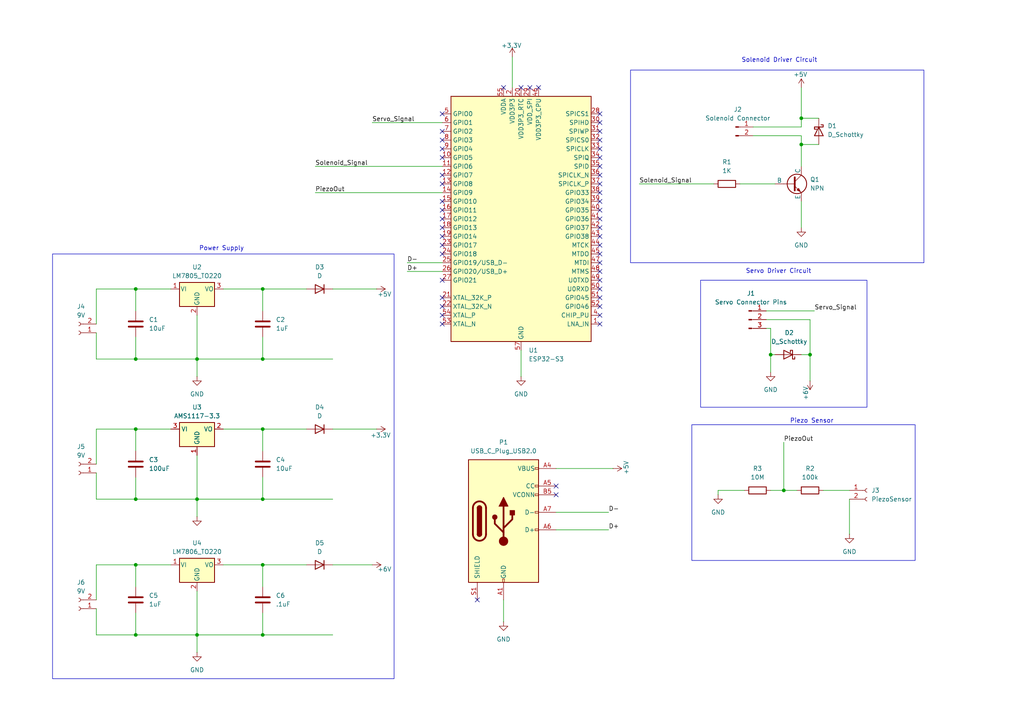
<source format=kicad_sch>
(kicad_sch
	(version 20231120)
	(generator "eeschema")
	(generator_version "8.0")
	(uuid "c6a136b9-90a9-4a17-b332-fabcaa2a6581")
	(paper "A4")
	(lib_symbols
		(symbol "Connector:Conn_01x02_Pin"
			(pin_names
				(offset 1.016) hide)
			(exclude_from_sim no)
			(in_bom yes)
			(on_board yes)
			(property "Reference" "J"
				(at 0 2.54 0)
				(effects
					(font
						(size 1.27 1.27)
					)
				)
			)
			(property "Value" "Conn_01x02_Pin"
				(at 0 -5.08 0)
				(effects
					(font
						(size 1.27 1.27)
					)
				)
			)
			(property "Footprint" ""
				(at 0 0 0)
				(effects
					(font
						(size 1.27 1.27)
					)
					(hide yes)
				)
			)
			(property "Datasheet" "~"
				(at 0 0 0)
				(effects
					(font
						(size 1.27 1.27)
					)
					(hide yes)
				)
			)
			(property "Description" "Generic connector, single row, 01x02, script generated"
				(at 0 0 0)
				(effects
					(font
						(size 1.27 1.27)
					)
					(hide yes)
				)
			)
			(property "ki_locked" ""
				(at 0 0 0)
				(effects
					(font
						(size 1.27 1.27)
					)
				)
			)
			(property "ki_keywords" "connector"
				(at 0 0 0)
				(effects
					(font
						(size 1.27 1.27)
					)
					(hide yes)
				)
			)
			(property "ki_fp_filters" "Connector*:*_1x??_*"
				(at 0 0 0)
				(effects
					(font
						(size 1.27 1.27)
					)
					(hide yes)
				)
			)
			(symbol "Conn_01x02_Pin_1_1"
				(polyline
					(pts
						(xy 1.27 -2.54) (xy 0.8636 -2.54)
					)
					(stroke
						(width 0.1524)
						(type default)
					)
					(fill
						(type none)
					)
				)
				(polyline
					(pts
						(xy 1.27 0) (xy 0.8636 0)
					)
					(stroke
						(width 0.1524)
						(type default)
					)
					(fill
						(type none)
					)
				)
				(rectangle
					(start 0.8636 -2.413)
					(end 0 -2.667)
					(stroke
						(width 0.1524)
						(type default)
					)
					(fill
						(type outline)
					)
				)
				(rectangle
					(start 0.8636 0.127)
					(end 0 -0.127)
					(stroke
						(width 0.1524)
						(type default)
					)
					(fill
						(type outline)
					)
				)
				(pin passive line
					(at 5.08 0 180)
					(length 3.81)
					(name "Pin_1"
						(effects
							(font
								(size 1.27 1.27)
							)
						)
					)
					(number "1"
						(effects
							(font
								(size 1.27 1.27)
							)
						)
					)
				)
				(pin passive line
					(at 5.08 -2.54 180)
					(length 3.81)
					(name "Pin_2"
						(effects
							(font
								(size 1.27 1.27)
							)
						)
					)
					(number "2"
						(effects
							(font
								(size 1.27 1.27)
							)
						)
					)
				)
			)
		)
		(symbol "Connector:Conn_01x02_Socket"
			(pin_names
				(offset 1.016) hide)
			(exclude_from_sim no)
			(in_bom yes)
			(on_board yes)
			(property "Reference" "J"
				(at 0 2.54 0)
				(effects
					(font
						(size 1.27 1.27)
					)
				)
			)
			(property "Value" "Conn_01x02_Socket"
				(at 0 -5.08 0)
				(effects
					(font
						(size 1.27 1.27)
					)
				)
			)
			(property "Footprint" ""
				(at 0 0 0)
				(effects
					(font
						(size 1.27 1.27)
					)
					(hide yes)
				)
			)
			(property "Datasheet" "~"
				(at 0 0 0)
				(effects
					(font
						(size 1.27 1.27)
					)
					(hide yes)
				)
			)
			(property "Description" "Generic connector, single row, 01x02, script generated"
				(at 0 0 0)
				(effects
					(font
						(size 1.27 1.27)
					)
					(hide yes)
				)
			)
			(property "ki_locked" ""
				(at 0 0 0)
				(effects
					(font
						(size 1.27 1.27)
					)
				)
			)
			(property "ki_keywords" "connector"
				(at 0 0 0)
				(effects
					(font
						(size 1.27 1.27)
					)
					(hide yes)
				)
			)
			(property "ki_fp_filters" "Connector*:*_1x??_*"
				(at 0 0 0)
				(effects
					(font
						(size 1.27 1.27)
					)
					(hide yes)
				)
			)
			(symbol "Conn_01x02_Socket_1_1"
				(arc
					(start 0 -2.032)
					(mid -0.5058 -2.54)
					(end 0 -3.048)
					(stroke
						(width 0.1524)
						(type default)
					)
					(fill
						(type none)
					)
				)
				(polyline
					(pts
						(xy -1.27 -2.54) (xy -0.508 -2.54)
					)
					(stroke
						(width 0.1524)
						(type default)
					)
					(fill
						(type none)
					)
				)
				(polyline
					(pts
						(xy -1.27 0) (xy -0.508 0)
					)
					(stroke
						(width 0.1524)
						(type default)
					)
					(fill
						(type none)
					)
				)
				(arc
					(start 0 0.508)
					(mid -0.5058 0)
					(end 0 -0.508)
					(stroke
						(width 0.1524)
						(type default)
					)
					(fill
						(type none)
					)
				)
				(pin passive line
					(at -5.08 0 0)
					(length 3.81)
					(name "Pin_1"
						(effects
							(font
								(size 1.27 1.27)
							)
						)
					)
					(number "1"
						(effects
							(font
								(size 1.27 1.27)
							)
						)
					)
				)
				(pin passive line
					(at -5.08 -2.54 0)
					(length 3.81)
					(name "Pin_2"
						(effects
							(font
								(size 1.27 1.27)
							)
						)
					)
					(number "2"
						(effects
							(font
								(size 1.27 1.27)
							)
						)
					)
				)
			)
		)
		(symbol "Connector:Conn_01x03_Pin"
			(pin_names
				(offset 1.016) hide)
			(exclude_from_sim no)
			(in_bom yes)
			(on_board yes)
			(property "Reference" "J"
				(at 0 5.08 0)
				(effects
					(font
						(size 1.27 1.27)
					)
				)
			)
			(property "Value" "Conn_01x03_Pin"
				(at 0 -5.08 0)
				(effects
					(font
						(size 1.27 1.27)
					)
				)
			)
			(property "Footprint" ""
				(at 0 0 0)
				(effects
					(font
						(size 1.27 1.27)
					)
					(hide yes)
				)
			)
			(property "Datasheet" "~"
				(at 0 0 0)
				(effects
					(font
						(size 1.27 1.27)
					)
					(hide yes)
				)
			)
			(property "Description" "Generic connector, single row, 01x03, script generated"
				(at 0 0 0)
				(effects
					(font
						(size 1.27 1.27)
					)
					(hide yes)
				)
			)
			(property "ki_locked" ""
				(at 0 0 0)
				(effects
					(font
						(size 1.27 1.27)
					)
				)
			)
			(property "ki_keywords" "connector"
				(at 0 0 0)
				(effects
					(font
						(size 1.27 1.27)
					)
					(hide yes)
				)
			)
			(property "ki_fp_filters" "Connector*:*_1x??_*"
				(at 0 0 0)
				(effects
					(font
						(size 1.27 1.27)
					)
					(hide yes)
				)
			)
			(symbol "Conn_01x03_Pin_1_1"
				(polyline
					(pts
						(xy 1.27 -2.54) (xy 0.8636 -2.54)
					)
					(stroke
						(width 0.1524)
						(type default)
					)
					(fill
						(type none)
					)
				)
				(polyline
					(pts
						(xy 1.27 0) (xy 0.8636 0)
					)
					(stroke
						(width 0.1524)
						(type default)
					)
					(fill
						(type none)
					)
				)
				(polyline
					(pts
						(xy 1.27 2.54) (xy 0.8636 2.54)
					)
					(stroke
						(width 0.1524)
						(type default)
					)
					(fill
						(type none)
					)
				)
				(rectangle
					(start 0.8636 -2.413)
					(end 0 -2.667)
					(stroke
						(width 0.1524)
						(type default)
					)
					(fill
						(type outline)
					)
				)
				(rectangle
					(start 0.8636 0.127)
					(end 0 -0.127)
					(stroke
						(width 0.1524)
						(type default)
					)
					(fill
						(type outline)
					)
				)
				(rectangle
					(start 0.8636 2.667)
					(end 0 2.413)
					(stroke
						(width 0.1524)
						(type default)
					)
					(fill
						(type outline)
					)
				)
				(pin passive line
					(at 5.08 2.54 180)
					(length 3.81)
					(name "Pin_1"
						(effects
							(font
								(size 1.27 1.27)
							)
						)
					)
					(number "1"
						(effects
							(font
								(size 1.27 1.27)
							)
						)
					)
				)
				(pin passive line
					(at 5.08 0 180)
					(length 3.81)
					(name "Pin_2"
						(effects
							(font
								(size 1.27 1.27)
							)
						)
					)
					(number "2"
						(effects
							(font
								(size 1.27 1.27)
							)
						)
					)
				)
				(pin passive line
					(at 5.08 -2.54 180)
					(length 3.81)
					(name "Pin_3"
						(effects
							(font
								(size 1.27 1.27)
							)
						)
					)
					(number "3"
						(effects
							(font
								(size 1.27 1.27)
							)
						)
					)
				)
			)
		)
		(symbol "Connector:USB_C_Plug_USB2.0"
			(pin_names
				(offset 1.016)
			)
			(exclude_from_sim no)
			(in_bom yes)
			(on_board yes)
			(property "Reference" "P"
				(at -10.16 19.05 0)
				(effects
					(font
						(size 1.27 1.27)
					)
					(justify left)
				)
			)
			(property "Value" "USB_C_Plug_USB2.0"
				(at 12.7 19.05 0)
				(effects
					(font
						(size 1.27 1.27)
					)
					(justify right)
				)
			)
			(property "Footprint" ""
				(at 3.81 0 0)
				(effects
					(font
						(size 1.27 1.27)
					)
					(hide yes)
				)
			)
			(property "Datasheet" "https://www.usb.org/sites/default/files/documents/usb_type-c.zip"
				(at 3.81 0 0)
				(effects
					(font
						(size 1.27 1.27)
					)
					(hide yes)
				)
			)
			(property "Description" "USB 2.0-only Type-C Plug connector"
				(at 0 0 0)
				(effects
					(font
						(size 1.27 1.27)
					)
					(hide yes)
				)
			)
			(property "ki_keywords" "usb universal serial bus type-C USB2.0"
				(at 0 0 0)
				(effects
					(font
						(size 1.27 1.27)
					)
					(hide yes)
				)
			)
			(property "ki_fp_filters" "USB*C*Plug*"
				(at 0 0 0)
				(effects
					(font
						(size 1.27 1.27)
					)
					(hide yes)
				)
			)
			(symbol "USB_C_Plug_USB2.0_0_0"
				(rectangle
					(start -0.254 -17.78)
					(end 0.254 -16.764)
					(stroke
						(width 0)
						(type default)
					)
					(fill
						(type none)
					)
				)
				(rectangle
					(start 10.16 -2.286)
					(end 9.144 -2.794)
					(stroke
						(width 0)
						(type default)
					)
					(fill
						(type none)
					)
				)
				(rectangle
					(start 10.16 2.794)
					(end 9.144 2.286)
					(stroke
						(width 0)
						(type default)
					)
					(fill
						(type none)
					)
				)
				(rectangle
					(start 10.16 7.874)
					(end 9.144 7.366)
					(stroke
						(width 0)
						(type default)
					)
					(fill
						(type none)
					)
				)
				(rectangle
					(start 10.16 10.414)
					(end 9.144 9.906)
					(stroke
						(width 0)
						(type default)
					)
					(fill
						(type none)
					)
				)
				(rectangle
					(start 10.16 15.494)
					(end 9.144 14.986)
					(stroke
						(width 0)
						(type default)
					)
					(fill
						(type none)
					)
				)
			)
			(symbol "USB_C_Plug_USB2.0_0_1"
				(rectangle
					(start -10.16 17.78)
					(end 10.16 -17.78)
					(stroke
						(width 0.254)
						(type default)
					)
					(fill
						(type background)
					)
				)
				(arc
					(start -8.89 -3.81)
					(mid -6.985 -5.7067)
					(end -5.08 -3.81)
					(stroke
						(width 0.508)
						(type default)
					)
					(fill
						(type none)
					)
				)
				(arc
					(start -7.62 -3.81)
					(mid -6.985 -4.4423)
					(end -6.35 -3.81)
					(stroke
						(width 0.254)
						(type default)
					)
					(fill
						(type none)
					)
				)
				(arc
					(start -7.62 -3.81)
					(mid -6.985 -4.4423)
					(end -6.35 -3.81)
					(stroke
						(width 0.254)
						(type default)
					)
					(fill
						(type outline)
					)
				)
				(rectangle
					(start -7.62 -3.81)
					(end -6.35 3.81)
					(stroke
						(width 0.254)
						(type default)
					)
					(fill
						(type outline)
					)
				)
				(arc
					(start -6.35 3.81)
					(mid -6.985 4.4423)
					(end -7.62 3.81)
					(stroke
						(width 0.254)
						(type default)
					)
					(fill
						(type none)
					)
				)
				(arc
					(start -6.35 3.81)
					(mid -6.985 4.4423)
					(end -7.62 3.81)
					(stroke
						(width 0.254)
						(type default)
					)
					(fill
						(type outline)
					)
				)
				(arc
					(start -5.08 3.81)
					(mid -6.985 5.7067)
					(end -8.89 3.81)
					(stroke
						(width 0.508)
						(type default)
					)
					(fill
						(type none)
					)
				)
				(circle
					(center -2.54 1.143)
					(radius 0.635)
					(stroke
						(width 0.254)
						(type default)
					)
					(fill
						(type outline)
					)
				)
				(circle
					(center 0 -5.842)
					(radius 1.27)
					(stroke
						(width 0)
						(type default)
					)
					(fill
						(type outline)
					)
				)
				(polyline
					(pts
						(xy -8.89 -3.81) (xy -8.89 3.81)
					)
					(stroke
						(width 0.508)
						(type default)
					)
					(fill
						(type none)
					)
				)
				(polyline
					(pts
						(xy -5.08 3.81) (xy -5.08 -3.81)
					)
					(stroke
						(width 0.508)
						(type default)
					)
					(fill
						(type none)
					)
				)
				(polyline
					(pts
						(xy 0 -5.842) (xy 0 4.318)
					)
					(stroke
						(width 0.508)
						(type default)
					)
					(fill
						(type none)
					)
				)
				(polyline
					(pts
						(xy 0 -3.302) (xy -2.54 -0.762) (xy -2.54 0.508)
					)
					(stroke
						(width 0.508)
						(type default)
					)
					(fill
						(type none)
					)
				)
				(polyline
					(pts
						(xy 0 -2.032) (xy 2.54 0.508) (xy 2.54 1.778)
					)
					(stroke
						(width 0.508)
						(type default)
					)
					(fill
						(type none)
					)
				)
				(polyline
					(pts
						(xy -1.27 4.318) (xy 0 6.858) (xy 1.27 4.318) (xy -1.27 4.318)
					)
					(stroke
						(width 0.254)
						(type default)
					)
					(fill
						(type outline)
					)
				)
				(rectangle
					(start 1.905 1.778)
					(end 3.175 3.048)
					(stroke
						(width 0.254)
						(type default)
					)
					(fill
						(type outline)
					)
				)
			)
			(symbol "USB_C_Plug_USB2.0_1_1"
				(pin passive line
					(at 0 -22.86 90)
					(length 5.08)
					(name "GND"
						(effects
							(font
								(size 1.27 1.27)
							)
						)
					)
					(number "A1"
						(effects
							(font
								(size 1.27 1.27)
							)
						)
					)
				)
				(pin passive line
					(at 0 -22.86 90)
					(length 5.08) hide
					(name "GND"
						(effects
							(font
								(size 1.27 1.27)
							)
						)
					)
					(number "A12"
						(effects
							(font
								(size 1.27 1.27)
							)
						)
					)
				)
				(pin passive line
					(at 15.24 15.24 180)
					(length 5.08)
					(name "VBUS"
						(effects
							(font
								(size 1.27 1.27)
							)
						)
					)
					(number "A4"
						(effects
							(font
								(size 1.27 1.27)
							)
						)
					)
				)
				(pin bidirectional line
					(at 15.24 10.16 180)
					(length 5.08)
					(name "CC"
						(effects
							(font
								(size 1.27 1.27)
							)
						)
					)
					(number "A5"
						(effects
							(font
								(size 1.27 1.27)
							)
						)
					)
				)
				(pin bidirectional line
					(at 15.24 -2.54 180)
					(length 5.08)
					(name "D+"
						(effects
							(font
								(size 1.27 1.27)
							)
						)
					)
					(number "A6"
						(effects
							(font
								(size 1.27 1.27)
							)
						)
					)
				)
				(pin bidirectional line
					(at 15.24 2.54 180)
					(length 5.08)
					(name "D-"
						(effects
							(font
								(size 1.27 1.27)
							)
						)
					)
					(number "A7"
						(effects
							(font
								(size 1.27 1.27)
							)
						)
					)
				)
				(pin passive line
					(at 15.24 15.24 180)
					(length 5.08) hide
					(name "VBUS"
						(effects
							(font
								(size 1.27 1.27)
							)
						)
					)
					(number "A9"
						(effects
							(font
								(size 1.27 1.27)
							)
						)
					)
				)
				(pin passive line
					(at 0 -22.86 90)
					(length 5.08) hide
					(name "GND"
						(effects
							(font
								(size 1.27 1.27)
							)
						)
					)
					(number "B1"
						(effects
							(font
								(size 1.27 1.27)
							)
						)
					)
				)
				(pin passive line
					(at 0 -22.86 90)
					(length 5.08) hide
					(name "GND"
						(effects
							(font
								(size 1.27 1.27)
							)
						)
					)
					(number "B12"
						(effects
							(font
								(size 1.27 1.27)
							)
						)
					)
				)
				(pin passive line
					(at 15.24 15.24 180)
					(length 5.08) hide
					(name "VBUS"
						(effects
							(font
								(size 1.27 1.27)
							)
						)
					)
					(number "B4"
						(effects
							(font
								(size 1.27 1.27)
							)
						)
					)
				)
				(pin bidirectional line
					(at 15.24 7.62 180)
					(length 5.08)
					(name "VCONN"
						(effects
							(font
								(size 1.27 1.27)
							)
						)
					)
					(number "B5"
						(effects
							(font
								(size 1.27 1.27)
							)
						)
					)
				)
				(pin passive line
					(at 15.24 15.24 180)
					(length 5.08) hide
					(name "VBUS"
						(effects
							(font
								(size 1.27 1.27)
							)
						)
					)
					(number "B9"
						(effects
							(font
								(size 1.27 1.27)
							)
						)
					)
				)
				(pin passive line
					(at -7.62 -22.86 90)
					(length 5.08)
					(name "SHIELD"
						(effects
							(font
								(size 1.27 1.27)
							)
						)
					)
					(number "S1"
						(effects
							(font
								(size 1.27 1.27)
							)
						)
					)
				)
			)
		)
		(symbol "Device:C"
			(pin_numbers hide)
			(pin_names
				(offset 0.254)
			)
			(exclude_from_sim no)
			(in_bom yes)
			(on_board yes)
			(property "Reference" "C"
				(at 0.635 2.54 0)
				(effects
					(font
						(size 1.27 1.27)
					)
					(justify left)
				)
			)
			(property "Value" "C"
				(at 0.635 -2.54 0)
				(effects
					(font
						(size 1.27 1.27)
					)
					(justify left)
				)
			)
			(property "Footprint" ""
				(at 0.9652 -3.81 0)
				(effects
					(font
						(size 1.27 1.27)
					)
					(hide yes)
				)
			)
			(property "Datasheet" "~"
				(at 0 0 0)
				(effects
					(font
						(size 1.27 1.27)
					)
					(hide yes)
				)
			)
			(property "Description" "Unpolarized capacitor"
				(at 0 0 0)
				(effects
					(font
						(size 1.27 1.27)
					)
					(hide yes)
				)
			)
			(property "ki_keywords" "cap capacitor"
				(at 0 0 0)
				(effects
					(font
						(size 1.27 1.27)
					)
					(hide yes)
				)
			)
			(property "ki_fp_filters" "C_*"
				(at 0 0 0)
				(effects
					(font
						(size 1.27 1.27)
					)
					(hide yes)
				)
			)
			(symbol "C_0_1"
				(polyline
					(pts
						(xy -2.032 -0.762) (xy 2.032 -0.762)
					)
					(stroke
						(width 0.508)
						(type default)
					)
					(fill
						(type none)
					)
				)
				(polyline
					(pts
						(xy -2.032 0.762) (xy 2.032 0.762)
					)
					(stroke
						(width 0.508)
						(type default)
					)
					(fill
						(type none)
					)
				)
			)
			(symbol "C_1_1"
				(pin passive line
					(at 0 3.81 270)
					(length 2.794)
					(name "~"
						(effects
							(font
								(size 1.27 1.27)
							)
						)
					)
					(number "1"
						(effects
							(font
								(size 1.27 1.27)
							)
						)
					)
				)
				(pin passive line
					(at 0 -3.81 90)
					(length 2.794)
					(name "~"
						(effects
							(font
								(size 1.27 1.27)
							)
						)
					)
					(number "2"
						(effects
							(font
								(size 1.27 1.27)
							)
						)
					)
				)
			)
		)
		(symbol "Device:D"
			(pin_numbers hide)
			(pin_names
				(offset 1.016) hide)
			(exclude_from_sim no)
			(in_bom yes)
			(on_board yes)
			(property "Reference" "D"
				(at 0 2.54 0)
				(effects
					(font
						(size 1.27 1.27)
					)
				)
			)
			(property "Value" "D"
				(at 0 -2.54 0)
				(effects
					(font
						(size 1.27 1.27)
					)
				)
			)
			(property "Footprint" ""
				(at 0 0 0)
				(effects
					(font
						(size 1.27 1.27)
					)
					(hide yes)
				)
			)
			(property "Datasheet" "~"
				(at 0 0 0)
				(effects
					(font
						(size 1.27 1.27)
					)
					(hide yes)
				)
			)
			(property "Description" "Diode"
				(at 0 0 0)
				(effects
					(font
						(size 1.27 1.27)
					)
					(hide yes)
				)
			)
			(property "Sim.Device" "D"
				(at 0 0 0)
				(effects
					(font
						(size 1.27 1.27)
					)
					(hide yes)
				)
			)
			(property "Sim.Pins" "1=K 2=A"
				(at 0 0 0)
				(effects
					(font
						(size 1.27 1.27)
					)
					(hide yes)
				)
			)
			(property "ki_keywords" "diode"
				(at 0 0 0)
				(effects
					(font
						(size 1.27 1.27)
					)
					(hide yes)
				)
			)
			(property "ki_fp_filters" "TO-???* *_Diode_* *SingleDiode* D_*"
				(at 0 0 0)
				(effects
					(font
						(size 1.27 1.27)
					)
					(hide yes)
				)
			)
			(symbol "D_0_1"
				(polyline
					(pts
						(xy -1.27 1.27) (xy -1.27 -1.27)
					)
					(stroke
						(width 0.254)
						(type default)
					)
					(fill
						(type none)
					)
				)
				(polyline
					(pts
						(xy 1.27 0) (xy -1.27 0)
					)
					(stroke
						(width 0)
						(type default)
					)
					(fill
						(type none)
					)
				)
				(polyline
					(pts
						(xy 1.27 1.27) (xy 1.27 -1.27) (xy -1.27 0) (xy 1.27 1.27)
					)
					(stroke
						(width 0.254)
						(type default)
					)
					(fill
						(type none)
					)
				)
			)
			(symbol "D_1_1"
				(pin passive line
					(at -3.81 0 0)
					(length 2.54)
					(name "K"
						(effects
							(font
								(size 1.27 1.27)
							)
						)
					)
					(number "1"
						(effects
							(font
								(size 1.27 1.27)
							)
						)
					)
				)
				(pin passive line
					(at 3.81 0 180)
					(length 2.54)
					(name "A"
						(effects
							(font
								(size 1.27 1.27)
							)
						)
					)
					(number "2"
						(effects
							(font
								(size 1.27 1.27)
							)
						)
					)
				)
			)
		)
		(symbol "Device:D_Schottky"
			(pin_numbers hide)
			(pin_names
				(offset 1.016) hide)
			(exclude_from_sim no)
			(in_bom yes)
			(on_board yes)
			(property "Reference" "D"
				(at 0 2.54 0)
				(effects
					(font
						(size 1.27 1.27)
					)
				)
			)
			(property "Value" "D_Schottky"
				(at 0 -2.54 0)
				(effects
					(font
						(size 1.27 1.27)
					)
				)
			)
			(property "Footprint" ""
				(at 0 0 0)
				(effects
					(font
						(size 1.27 1.27)
					)
					(hide yes)
				)
			)
			(property "Datasheet" "~"
				(at 0 0 0)
				(effects
					(font
						(size 1.27 1.27)
					)
					(hide yes)
				)
			)
			(property "Description" "Schottky diode"
				(at 0 0 0)
				(effects
					(font
						(size 1.27 1.27)
					)
					(hide yes)
				)
			)
			(property "ki_keywords" "diode Schottky"
				(at 0 0 0)
				(effects
					(font
						(size 1.27 1.27)
					)
					(hide yes)
				)
			)
			(property "ki_fp_filters" "TO-???* *_Diode_* *SingleDiode* D_*"
				(at 0 0 0)
				(effects
					(font
						(size 1.27 1.27)
					)
					(hide yes)
				)
			)
			(symbol "D_Schottky_0_1"
				(polyline
					(pts
						(xy 1.27 0) (xy -1.27 0)
					)
					(stroke
						(width 0)
						(type default)
					)
					(fill
						(type none)
					)
				)
				(polyline
					(pts
						(xy 1.27 1.27) (xy 1.27 -1.27) (xy -1.27 0) (xy 1.27 1.27)
					)
					(stroke
						(width 0.254)
						(type default)
					)
					(fill
						(type none)
					)
				)
				(polyline
					(pts
						(xy -1.905 0.635) (xy -1.905 1.27) (xy -1.27 1.27) (xy -1.27 -1.27) (xy -0.635 -1.27) (xy -0.635 -0.635)
					)
					(stroke
						(width 0.254)
						(type default)
					)
					(fill
						(type none)
					)
				)
			)
			(symbol "D_Schottky_1_1"
				(pin passive line
					(at -3.81 0 0)
					(length 2.54)
					(name "K"
						(effects
							(font
								(size 1.27 1.27)
							)
						)
					)
					(number "1"
						(effects
							(font
								(size 1.27 1.27)
							)
						)
					)
				)
				(pin passive line
					(at 3.81 0 180)
					(length 2.54)
					(name "A"
						(effects
							(font
								(size 1.27 1.27)
							)
						)
					)
					(number "2"
						(effects
							(font
								(size 1.27 1.27)
							)
						)
					)
				)
			)
		)
		(symbol "Device:R"
			(pin_numbers hide)
			(pin_names
				(offset 0)
			)
			(exclude_from_sim no)
			(in_bom yes)
			(on_board yes)
			(property "Reference" "R"
				(at 2.032 0 90)
				(effects
					(font
						(size 1.27 1.27)
					)
				)
			)
			(property "Value" "R"
				(at 0 0 90)
				(effects
					(font
						(size 1.27 1.27)
					)
				)
			)
			(property "Footprint" ""
				(at -1.778 0 90)
				(effects
					(font
						(size 1.27 1.27)
					)
					(hide yes)
				)
			)
			(property "Datasheet" "~"
				(at 0 0 0)
				(effects
					(font
						(size 1.27 1.27)
					)
					(hide yes)
				)
			)
			(property "Description" "Resistor"
				(at 0 0 0)
				(effects
					(font
						(size 1.27 1.27)
					)
					(hide yes)
				)
			)
			(property "ki_keywords" "R res resistor"
				(at 0 0 0)
				(effects
					(font
						(size 1.27 1.27)
					)
					(hide yes)
				)
			)
			(property "ki_fp_filters" "R_*"
				(at 0 0 0)
				(effects
					(font
						(size 1.27 1.27)
					)
					(hide yes)
				)
			)
			(symbol "R_0_1"
				(rectangle
					(start -1.016 -2.54)
					(end 1.016 2.54)
					(stroke
						(width 0.254)
						(type default)
					)
					(fill
						(type none)
					)
				)
			)
			(symbol "R_1_1"
				(pin passive line
					(at 0 3.81 270)
					(length 1.27)
					(name "~"
						(effects
							(font
								(size 1.27 1.27)
							)
						)
					)
					(number "1"
						(effects
							(font
								(size 1.27 1.27)
							)
						)
					)
				)
				(pin passive line
					(at 0 -3.81 90)
					(length 1.27)
					(name "~"
						(effects
							(font
								(size 1.27 1.27)
							)
						)
					)
					(number "2"
						(effects
							(font
								(size 1.27 1.27)
							)
						)
					)
				)
			)
		)
		(symbol "MCU_Espressif:ESP32-S3"
			(exclude_from_sim no)
			(in_bom yes)
			(on_board yes)
			(property "Reference" "U"
				(at 10.16 -38.1 0)
				(effects
					(font
						(size 1.27 1.27)
					)
				)
			)
			(property "Value" "ESP32-S3"
				(at 13.97 -40.64 0)
				(effects
					(font
						(size 1.27 1.27)
					)
				)
			)
			(property "Footprint" "Package_DFN_QFN:QFN-56-1EP_7x7mm_P0.4mm_EP4x4mm"
				(at 0 -48.26 0)
				(effects
					(font
						(size 1.27 1.27)
					)
					(hide yes)
				)
			)
			(property "Datasheet" "https://www.espressif.com/sites/default/files/documentation/esp32-s3_datasheet_en.pdf"
				(at 0 0 0)
				(effects
					(font
						(size 1.27 1.27)
					)
					(hide yes)
				)
			)
			(property "Description" "Microcontroller, Wi-Fi 802.11b/g/n, Bluetooth, 32bit"
				(at 0 0 0)
				(effects
					(font
						(size 1.27 1.27)
					)
					(hide yes)
				)
			)
			(property "ki_keywords" "Microcontroller Wi-Fi BT ESP ESP32 Espressif"
				(at 0 0 0)
				(effects
					(font
						(size 1.27 1.27)
					)
					(hide yes)
				)
			)
			(property "ki_fp_filters" "QFN*1EP*7x7mm*P0.4mm*"
				(at 0 0 0)
				(effects
					(font
						(size 1.27 1.27)
					)
					(hide yes)
				)
			)
			(symbol "ESP32-S3_0_1"
				(rectangle
					(start -20.32 35.56)
					(end 20.32 -35.56)
					(stroke
						(width 0.254)
						(type default)
					)
					(fill
						(type background)
					)
				)
			)
			(symbol "ESP32-S3_1_0"
				(pin bidirectional line
					(at 22.86 12.7 180)
					(length 2.54)
					(name "SPICLK_N"
						(effects
							(font
								(size 1.27 1.27)
							)
						)
					)
					(number "36"
						(effects
							(font
								(size 1.27 1.27)
							)
						)
					)
				)
				(pin bidirectional line
					(at 22.86 -10.16 180)
					(length 2.54)
					(name "MTDO"
						(effects
							(font
								(size 1.27 1.27)
							)
						)
					)
					(number "45"
						(effects
							(font
								(size 1.27 1.27)
							)
						)
					)
				)
				(pin bidirectional line
					(at 22.86 -22.86 180)
					(length 2.54)
					(name "GPIO45"
						(effects
							(font
								(size 1.27 1.27)
							)
						)
					)
					(number "51"
						(effects
							(font
								(size 1.27 1.27)
							)
						)
					)
				)
				(pin passive line
					(at -5.08 38.1 270)
					(length 2.54) hide
					(name "VDDA"
						(effects
							(font
								(size 1.27 1.27)
							)
						)
					)
					(number "56"
						(effects
							(font
								(size 1.27 1.27)
							)
						)
					)
				)
			)
			(symbol "ESP32-S3_1_1"
				(pin bidirectional line
					(at 22.86 -30.48 180)
					(length 2.54)
					(name "LNA_IN"
						(effects
							(font
								(size 1.27 1.27)
							)
						)
					)
					(number "1"
						(effects
							(font
								(size 1.27 1.27)
							)
						)
					)
				)
				(pin bidirectional line
					(at -22.86 17.78 0)
					(length 2.54)
					(name "GPIO5"
						(effects
							(font
								(size 1.27 1.27)
							)
						)
					)
					(number "10"
						(effects
							(font
								(size 1.27 1.27)
							)
						)
					)
				)
				(pin bidirectional line
					(at -22.86 15.24 0)
					(length 2.54)
					(name "GPIO6"
						(effects
							(font
								(size 1.27 1.27)
							)
						)
					)
					(number "11"
						(effects
							(font
								(size 1.27 1.27)
							)
						)
					)
				)
				(pin bidirectional line
					(at -22.86 12.7 0)
					(length 2.54)
					(name "GPIO7"
						(effects
							(font
								(size 1.27 1.27)
							)
						)
					)
					(number "12"
						(effects
							(font
								(size 1.27 1.27)
							)
						)
					)
				)
				(pin bidirectional line
					(at -22.86 10.16 0)
					(length 2.54)
					(name "GPIO8"
						(effects
							(font
								(size 1.27 1.27)
							)
						)
					)
					(number "13"
						(effects
							(font
								(size 1.27 1.27)
							)
						)
					)
				)
				(pin bidirectional line
					(at -22.86 7.62 0)
					(length 2.54)
					(name "GPIO9"
						(effects
							(font
								(size 1.27 1.27)
							)
						)
					)
					(number "14"
						(effects
							(font
								(size 1.27 1.27)
							)
						)
					)
				)
				(pin bidirectional line
					(at -22.86 5.08 0)
					(length 2.54)
					(name "GPIO10"
						(effects
							(font
								(size 1.27 1.27)
							)
						)
					)
					(number "15"
						(effects
							(font
								(size 1.27 1.27)
							)
						)
					)
				)
				(pin bidirectional line
					(at -22.86 2.54 0)
					(length 2.54)
					(name "GPIO11"
						(effects
							(font
								(size 1.27 1.27)
							)
						)
					)
					(number "16"
						(effects
							(font
								(size 1.27 1.27)
							)
						)
					)
				)
				(pin bidirectional line
					(at -22.86 0 0)
					(length 2.54)
					(name "GPIO12"
						(effects
							(font
								(size 1.27 1.27)
							)
						)
					)
					(number "17"
						(effects
							(font
								(size 1.27 1.27)
							)
						)
					)
				)
				(pin bidirectional line
					(at -22.86 -2.54 0)
					(length 2.54)
					(name "GPIO13"
						(effects
							(font
								(size 1.27 1.27)
							)
						)
					)
					(number "18"
						(effects
							(font
								(size 1.27 1.27)
							)
						)
					)
				)
				(pin bidirectional line
					(at -22.86 -5.08 0)
					(length 2.54)
					(name "GPIO14"
						(effects
							(font
								(size 1.27 1.27)
							)
						)
					)
					(number "19"
						(effects
							(font
								(size 1.27 1.27)
							)
						)
					)
				)
				(pin power_in line
					(at -2.54 38.1 270)
					(length 2.54)
					(name "VDD3P3"
						(effects
							(font
								(size 1.27 1.27)
							)
						)
					)
					(number "2"
						(effects
							(font
								(size 1.27 1.27)
							)
						)
					)
				)
				(pin power_in line
					(at 0 38.1 270)
					(length 2.54)
					(name "VDD3P3_RTC"
						(effects
							(font
								(size 1.27 1.27)
							)
						)
					)
					(number "20"
						(effects
							(font
								(size 1.27 1.27)
							)
						)
					)
				)
				(pin passive line
					(at -22.86 -22.86 0)
					(length 2.54)
					(name "XTAL_32K_P"
						(effects
							(font
								(size 1.27 1.27)
							)
						)
					)
					(number "21"
						(effects
							(font
								(size 1.27 1.27)
							)
						)
					)
				)
				(pin passive line
					(at -22.86 -25.4 0)
					(length 2.54)
					(name "XTAL_32K_N"
						(effects
							(font
								(size 1.27 1.27)
							)
						)
					)
					(number "22"
						(effects
							(font
								(size 1.27 1.27)
							)
						)
					)
				)
				(pin bidirectional line
					(at -22.86 -7.62 0)
					(length 2.54)
					(name "GPIO17"
						(effects
							(font
								(size 1.27 1.27)
							)
						)
					)
					(number "23"
						(effects
							(font
								(size 1.27 1.27)
							)
						)
					)
				)
				(pin bidirectional line
					(at -22.86 -10.16 0)
					(length 2.54)
					(name "GPIO18"
						(effects
							(font
								(size 1.27 1.27)
							)
						)
					)
					(number "24"
						(effects
							(font
								(size 1.27 1.27)
							)
						)
					)
				)
				(pin bidirectional line
					(at -22.86 -12.7 0)
					(length 2.54)
					(name "GPIO19/USB_D-"
						(effects
							(font
								(size 1.27 1.27)
							)
						)
					)
					(number "25"
						(effects
							(font
								(size 1.27 1.27)
							)
						)
					)
				)
				(pin bidirectional line
					(at -22.86 -15.24 0)
					(length 2.54)
					(name "GPIO20/USB_D+"
						(effects
							(font
								(size 1.27 1.27)
							)
						)
					)
					(number "26"
						(effects
							(font
								(size 1.27 1.27)
							)
						)
					)
				)
				(pin bidirectional line
					(at -22.86 -17.78 0)
					(length 2.54)
					(name "GPIO21"
						(effects
							(font
								(size 1.27 1.27)
							)
						)
					)
					(number "27"
						(effects
							(font
								(size 1.27 1.27)
							)
						)
					)
				)
				(pin bidirectional line
					(at 22.86 30.48 180)
					(length 2.54)
					(name "SPICS1"
						(effects
							(font
								(size 1.27 1.27)
							)
						)
					)
					(number "28"
						(effects
							(font
								(size 1.27 1.27)
							)
						)
					)
				)
				(pin power_in line
					(at 2.54 38.1 270)
					(length 2.54)
					(name "VDD_SPI"
						(effects
							(font
								(size 1.27 1.27)
							)
						)
					)
					(number "29"
						(effects
							(font
								(size 1.27 1.27)
							)
						)
					)
				)
				(pin passive line
					(at -2.54 38.1 270)
					(length 2.54) hide
					(name "VDD3P3"
						(effects
							(font
								(size 1.27 1.27)
							)
						)
					)
					(number "3"
						(effects
							(font
								(size 1.27 1.27)
							)
						)
					)
				)
				(pin bidirectional line
					(at 22.86 27.94 180)
					(length 2.54)
					(name "SPIHD"
						(effects
							(font
								(size 1.27 1.27)
							)
						)
					)
					(number "30"
						(effects
							(font
								(size 1.27 1.27)
							)
						)
					)
				)
				(pin bidirectional line
					(at 22.86 25.4 180)
					(length 2.54)
					(name "SPIWP"
						(effects
							(font
								(size 1.27 1.27)
							)
						)
					)
					(number "31"
						(effects
							(font
								(size 1.27 1.27)
							)
						)
					)
				)
				(pin bidirectional line
					(at 22.86 22.86 180)
					(length 2.54)
					(name "SPICS0"
						(effects
							(font
								(size 1.27 1.27)
							)
						)
					)
					(number "32"
						(effects
							(font
								(size 1.27 1.27)
							)
						)
					)
				)
				(pin bidirectional line
					(at 22.86 20.32 180)
					(length 2.54)
					(name "SPICLK"
						(effects
							(font
								(size 1.27 1.27)
							)
						)
					)
					(number "33"
						(effects
							(font
								(size 1.27 1.27)
							)
						)
					)
				)
				(pin bidirectional line
					(at 22.86 17.78 180)
					(length 2.54)
					(name "SPIQ"
						(effects
							(font
								(size 1.27 1.27)
							)
						)
					)
					(number "34"
						(effects
							(font
								(size 1.27 1.27)
							)
						)
					)
				)
				(pin bidirectional line
					(at 22.86 15.24 180)
					(length 2.54)
					(name "SPID"
						(effects
							(font
								(size 1.27 1.27)
							)
						)
					)
					(number "35"
						(effects
							(font
								(size 1.27 1.27)
							)
						)
					)
				)
				(pin bidirectional line
					(at 22.86 10.16 180)
					(length 2.54)
					(name "SPICLK_P"
						(effects
							(font
								(size 1.27 1.27)
							)
						)
					)
					(number "37"
						(effects
							(font
								(size 1.27 1.27)
							)
						)
					)
				)
				(pin bidirectional line
					(at 22.86 7.62 180)
					(length 2.54)
					(name "GPIO33"
						(effects
							(font
								(size 1.27 1.27)
							)
						)
					)
					(number "38"
						(effects
							(font
								(size 1.27 1.27)
							)
						)
					)
				)
				(pin bidirectional line
					(at 22.86 5.08 180)
					(length 2.54)
					(name "GPIO34"
						(effects
							(font
								(size 1.27 1.27)
							)
						)
					)
					(number "39"
						(effects
							(font
								(size 1.27 1.27)
							)
						)
					)
				)
				(pin input line
					(at 22.86 -27.94 180)
					(length 2.54)
					(name "CHIP_PU"
						(effects
							(font
								(size 1.27 1.27)
							)
						)
					)
					(number "4"
						(effects
							(font
								(size 1.27 1.27)
							)
						)
					)
				)
				(pin bidirectional line
					(at 22.86 2.54 180)
					(length 2.54)
					(name "GPIO35"
						(effects
							(font
								(size 1.27 1.27)
							)
						)
					)
					(number "40"
						(effects
							(font
								(size 1.27 1.27)
							)
						)
					)
				)
				(pin bidirectional line
					(at 22.86 0 180)
					(length 2.54)
					(name "GPIO36"
						(effects
							(font
								(size 1.27 1.27)
							)
						)
					)
					(number "41"
						(effects
							(font
								(size 1.27 1.27)
							)
						)
					)
				)
				(pin bidirectional line
					(at 22.86 -2.54 180)
					(length 2.54)
					(name "GPIO37"
						(effects
							(font
								(size 1.27 1.27)
							)
						)
					)
					(number "42"
						(effects
							(font
								(size 1.27 1.27)
							)
						)
					)
				)
				(pin bidirectional line
					(at 22.86 -5.08 180)
					(length 2.54)
					(name "GPIO38"
						(effects
							(font
								(size 1.27 1.27)
							)
						)
					)
					(number "43"
						(effects
							(font
								(size 1.27 1.27)
							)
						)
					)
				)
				(pin bidirectional line
					(at 22.86 -7.62 180)
					(length 2.54)
					(name "MTCK"
						(effects
							(font
								(size 1.27 1.27)
							)
						)
					)
					(number "44"
						(effects
							(font
								(size 1.27 1.27)
							)
						)
					)
				)
				(pin power_in line
					(at 5.08 38.1 270)
					(length 2.54)
					(name "VDD3P3_CPU"
						(effects
							(font
								(size 1.27 1.27)
							)
						)
					)
					(number "46"
						(effects
							(font
								(size 1.27 1.27)
							)
						)
					)
				)
				(pin bidirectional line
					(at 22.86 -12.7 180)
					(length 2.54)
					(name "MTDI"
						(effects
							(font
								(size 1.27 1.27)
							)
						)
					)
					(number "47"
						(effects
							(font
								(size 1.27 1.27)
							)
						)
					)
				)
				(pin bidirectional line
					(at 22.86 -15.24 180)
					(length 2.54)
					(name "MTMS"
						(effects
							(font
								(size 1.27 1.27)
							)
						)
					)
					(number "48"
						(effects
							(font
								(size 1.27 1.27)
							)
						)
					)
				)
				(pin bidirectional line
					(at 22.86 -17.78 180)
					(length 2.54)
					(name "U0TXD"
						(effects
							(font
								(size 1.27 1.27)
							)
						)
					)
					(number "49"
						(effects
							(font
								(size 1.27 1.27)
							)
						)
					)
				)
				(pin bidirectional line
					(at -22.86 30.48 0)
					(length 2.54)
					(name "GPIO0"
						(effects
							(font
								(size 1.27 1.27)
							)
						)
					)
					(number "5"
						(effects
							(font
								(size 1.27 1.27)
							)
						)
					)
				)
				(pin bidirectional line
					(at 22.86 -20.32 180)
					(length 2.54)
					(name "U0RXD"
						(effects
							(font
								(size 1.27 1.27)
							)
						)
					)
					(number "50"
						(effects
							(font
								(size 1.27 1.27)
							)
						)
					)
				)
				(pin bidirectional line
					(at 22.86 -25.4 180)
					(length 2.54)
					(name "GPIO46"
						(effects
							(font
								(size 1.27 1.27)
							)
						)
					)
					(number "52"
						(effects
							(font
								(size 1.27 1.27)
							)
						)
					)
				)
				(pin output line
					(at -22.86 -30.48 0)
					(length 2.54)
					(name "XTAL_N"
						(effects
							(font
								(size 1.27 1.27)
							)
						)
					)
					(number "53"
						(effects
							(font
								(size 1.27 1.27)
							)
						)
					)
				)
				(pin input line
					(at -22.86 -27.94 0)
					(length 2.54)
					(name "XTAL_P"
						(effects
							(font
								(size 1.27 1.27)
							)
						)
					)
					(number "54"
						(effects
							(font
								(size 1.27 1.27)
							)
						)
					)
				)
				(pin power_in line
					(at -5.08 38.1 270)
					(length 2.54)
					(name "VDDA"
						(effects
							(font
								(size 1.27 1.27)
							)
						)
					)
					(number "55"
						(effects
							(font
								(size 1.27 1.27)
							)
						)
					)
				)
				(pin power_in line
					(at 0 -38.1 90)
					(length 2.54)
					(name "GND"
						(effects
							(font
								(size 1.27 1.27)
							)
						)
					)
					(number "57"
						(effects
							(font
								(size 1.27 1.27)
							)
						)
					)
				)
				(pin bidirectional line
					(at -22.86 27.94 0)
					(length 2.54)
					(name "GPIO1"
						(effects
							(font
								(size 1.27 1.27)
							)
						)
					)
					(number "6"
						(effects
							(font
								(size 1.27 1.27)
							)
						)
					)
				)
				(pin bidirectional line
					(at -22.86 25.4 0)
					(length 2.54)
					(name "GPIO2"
						(effects
							(font
								(size 1.27 1.27)
							)
						)
					)
					(number "7"
						(effects
							(font
								(size 1.27 1.27)
							)
						)
					)
				)
				(pin bidirectional line
					(at -22.86 22.86 0)
					(length 2.54)
					(name "GPIO3"
						(effects
							(font
								(size 1.27 1.27)
							)
						)
					)
					(number "8"
						(effects
							(font
								(size 1.27 1.27)
							)
						)
					)
				)
				(pin bidirectional line
					(at -22.86 20.32 0)
					(length 2.54)
					(name "GPIO4"
						(effects
							(font
								(size 1.27 1.27)
							)
						)
					)
					(number "9"
						(effects
							(font
								(size 1.27 1.27)
							)
						)
					)
				)
			)
		)
		(symbol "Regulator_Linear:AMS1117-3.3"
			(exclude_from_sim no)
			(in_bom yes)
			(on_board yes)
			(property "Reference" "U"
				(at -3.81 3.175 0)
				(effects
					(font
						(size 1.27 1.27)
					)
				)
			)
			(property "Value" "AMS1117-3.3"
				(at 0 3.175 0)
				(effects
					(font
						(size 1.27 1.27)
					)
					(justify left)
				)
			)
			(property "Footprint" "Package_TO_SOT_SMD:SOT-223-3_TabPin2"
				(at 0 5.08 0)
				(effects
					(font
						(size 1.27 1.27)
					)
					(hide yes)
				)
			)
			(property "Datasheet" "http://www.advanced-monolithic.com/pdf/ds1117.pdf"
				(at 2.54 -6.35 0)
				(effects
					(font
						(size 1.27 1.27)
					)
					(hide yes)
				)
			)
			(property "Description" "1A Low Dropout regulator, positive, 3.3V fixed output, SOT-223"
				(at 0 0 0)
				(effects
					(font
						(size 1.27 1.27)
					)
					(hide yes)
				)
			)
			(property "ki_keywords" "linear regulator ldo fixed positive"
				(at 0 0 0)
				(effects
					(font
						(size 1.27 1.27)
					)
					(hide yes)
				)
			)
			(property "ki_fp_filters" "SOT?223*TabPin2*"
				(at 0 0 0)
				(effects
					(font
						(size 1.27 1.27)
					)
					(hide yes)
				)
			)
			(symbol "AMS1117-3.3_0_1"
				(rectangle
					(start -5.08 -5.08)
					(end 5.08 1.905)
					(stroke
						(width 0.254)
						(type default)
					)
					(fill
						(type background)
					)
				)
			)
			(symbol "AMS1117-3.3_1_1"
				(pin power_in line
					(at 0 -7.62 90)
					(length 2.54)
					(name "GND"
						(effects
							(font
								(size 1.27 1.27)
							)
						)
					)
					(number "1"
						(effects
							(font
								(size 1.27 1.27)
							)
						)
					)
				)
				(pin power_out line
					(at 7.62 0 180)
					(length 2.54)
					(name "VO"
						(effects
							(font
								(size 1.27 1.27)
							)
						)
					)
					(number "2"
						(effects
							(font
								(size 1.27 1.27)
							)
						)
					)
				)
				(pin power_in line
					(at -7.62 0 0)
					(length 2.54)
					(name "VI"
						(effects
							(font
								(size 1.27 1.27)
							)
						)
					)
					(number "3"
						(effects
							(font
								(size 1.27 1.27)
							)
						)
					)
				)
			)
		)
		(symbol "Regulator_Linear:LM7805_TO220"
			(pin_names
				(offset 0.254)
			)
			(exclude_from_sim no)
			(in_bom yes)
			(on_board yes)
			(property "Reference" "U"
				(at -3.81 3.175 0)
				(effects
					(font
						(size 1.27 1.27)
					)
				)
			)
			(property "Value" "LM7805_TO220"
				(at 0 3.175 0)
				(effects
					(font
						(size 1.27 1.27)
					)
					(justify left)
				)
			)
			(property "Footprint" "Package_TO_SOT_THT:TO-220-3_Vertical"
				(at 0 5.715 0)
				(effects
					(font
						(size 1.27 1.27)
						(italic yes)
					)
					(hide yes)
				)
			)
			(property "Datasheet" "https://www.onsemi.cn/PowerSolutions/document/MC7800-D.PDF"
				(at 0 -1.27 0)
				(effects
					(font
						(size 1.27 1.27)
					)
					(hide yes)
				)
			)
			(property "Description" "Positive 1A 35V Linear Regulator, Fixed Output 5V, TO-220"
				(at 0 0 0)
				(effects
					(font
						(size 1.27 1.27)
					)
					(hide yes)
				)
			)
			(property "ki_keywords" "Voltage Regulator 1A Positive"
				(at 0 0 0)
				(effects
					(font
						(size 1.27 1.27)
					)
					(hide yes)
				)
			)
			(property "ki_fp_filters" "TO?220*"
				(at 0 0 0)
				(effects
					(font
						(size 1.27 1.27)
					)
					(hide yes)
				)
			)
			(symbol "LM7805_TO220_0_1"
				(rectangle
					(start -5.08 1.905)
					(end 5.08 -5.08)
					(stroke
						(width 0.254)
						(type default)
					)
					(fill
						(type background)
					)
				)
			)
			(symbol "LM7805_TO220_1_1"
				(pin power_in line
					(at -7.62 0 0)
					(length 2.54)
					(name "VI"
						(effects
							(font
								(size 1.27 1.27)
							)
						)
					)
					(number "1"
						(effects
							(font
								(size 1.27 1.27)
							)
						)
					)
				)
				(pin power_in line
					(at 0 -7.62 90)
					(length 2.54)
					(name "GND"
						(effects
							(font
								(size 1.27 1.27)
							)
						)
					)
					(number "2"
						(effects
							(font
								(size 1.27 1.27)
							)
						)
					)
				)
				(pin power_out line
					(at 7.62 0 180)
					(length 2.54)
					(name "VO"
						(effects
							(font
								(size 1.27 1.27)
							)
						)
					)
					(number "3"
						(effects
							(font
								(size 1.27 1.27)
							)
						)
					)
				)
			)
		)
		(symbol "Regulator_Linear:LM7806_TO220"
			(pin_names
				(offset 0.254)
			)
			(exclude_from_sim no)
			(in_bom yes)
			(on_board yes)
			(property "Reference" "U"
				(at -3.81 3.175 0)
				(effects
					(font
						(size 1.27 1.27)
					)
				)
			)
			(property "Value" "LM7806_TO220"
				(at 0 3.175 0)
				(effects
					(font
						(size 1.27 1.27)
					)
					(justify left)
				)
			)
			(property "Footprint" "Package_TO_SOT_THT:TO-220-3_Vertical"
				(at 0 5.715 0)
				(effects
					(font
						(size 1.27 1.27)
						(italic yes)
					)
					(hide yes)
				)
			)
			(property "Datasheet" "https://www.onsemi.cn/PowerSolutions/document/MC7800-D.PDF"
				(at 0 -1.27 0)
				(effects
					(font
						(size 1.27 1.27)
					)
					(hide yes)
				)
			)
			(property "Description" "Positive 1A 35V Linear Regulator, Fixed Output 6V, TO-220"
				(at 0 0 0)
				(effects
					(font
						(size 1.27 1.27)
					)
					(hide yes)
				)
			)
			(property "ki_keywords" "Voltage Regulator 1A Positive"
				(at 0 0 0)
				(effects
					(font
						(size 1.27 1.27)
					)
					(hide yes)
				)
			)
			(property "ki_fp_filters" "TO?220*"
				(at 0 0 0)
				(effects
					(font
						(size 1.27 1.27)
					)
					(hide yes)
				)
			)
			(symbol "LM7806_TO220_0_1"
				(rectangle
					(start -5.08 1.905)
					(end 5.08 -5.08)
					(stroke
						(width 0.254)
						(type default)
					)
					(fill
						(type background)
					)
				)
			)
			(symbol "LM7806_TO220_1_1"
				(pin power_in line
					(at -7.62 0 0)
					(length 2.54)
					(name "VI"
						(effects
							(font
								(size 1.27 1.27)
							)
						)
					)
					(number "1"
						(effects
							(font
								(size 1.27 1.27)
							)
						)
					)
				)
				(pin power_in line
					(at 0 -7.62 90)
					(length 2.54)
					(name "GND"
						(effects
							(font
								(size 1.27 1.27)
							)
						)
					)
					(number "2"
						(effects
							(font
								(size 1.27 1.27)
							)
						)
					)
				)
				(pin power_out line
					(at 7.62 0 180)
					(length 2.54)
					(name "VO"
						(effects
							(font
								(size 1.27 1.27)
							)
						)
					)
					(number "3"
						(effects
							(font
								(size 1.27 1.27)
							)
						)
					)
				)
			)
		)
		(symbol "Simulation_SPICE:NPN"
			(pin_numbers hide)
			(pin_names
				(offset 0)
			)
			(exclude_from_sim no)
			(in_bom yes)
			(on_board yes)
			(property "Reference" "Q"
				(at -2.54 7.62 0)
				(effects
					(font
						(size 1.27 1.27)
					)
				)
			)
			(property "Value" "NPN"
				(at -2.54 5.08 0)
				(effects
					(font
						(size 1.27 1.27)
					)
				)
			)
			(property "Footprint" ""
				(at 63.5 0 0)
				(effects
					(font
						(size 1.27 1.27)
					)
					(hide yes)
				)
			)
			(property "Datasheet" "https://ngspice.sourceforge.io/docs/ngspice-html-manual/manual.xhtml#cha_BJTs"
				(at 63.5 0 0)
				(effects
					(font
						(size 1.27 1.27)
					)
					(hide yes)
				)
			)
			(property "Description" "Bipolar transistor symbol for simulation only, substrate tied to the emitter"
				(at 0 0 0)
				(effects
					(font
						(size 1.27 1.27)
					)
					(hide yes)
				)
			)
			(property "Sim.Device" "NPN"
				(at 0 0 0)
				(effects
					(font
						(size 1.27 1.27)
					)
					(hide yes)
				)
			)
			(property "Sim.Type" "GUMMELPOON"
				(at 0 0 0)
				(effects
					(font
						(size 1.27 1.27)
					)
					(hide yes)
				)
			)
			(property "Sim.Pins" "1=C 2=B 3=E"
				(at 0 0 0)
				(effects
					(font
						(size 1.27 1.27)
					)
					(hide yes)
				)
			)
			(property "ki_keywords" "simulation"
				(at 0 0 0)
				(effects
					(font
						(size 1.27 1.27)
					)
					(hide yes)
				)
			)
			(symbol "NPN_0_1"
				(polyline
					(pts
						(xy -2.54 0) (xy 0.635 0)
					)
					(stroke
						(width 0.1524)
						(type default)
					)
					(fill
						(type none)
					)
				)
				(polyline
					(pts
						(xy 0.635 0.635) (xy 2.54 2.54)
					)
					(stroke
						(width 0)
						(type default)
					)
					(fill
						(type none)
					)
				)
				(polyline
					(pts
						(xy 2.794 -1.27) (xy 2.794 -1.27)
					)
					(stroke
						(width 0.1524)
						(type default)
					)
					(fill
						(type none)
					)
				)
				(polyline
					(pts
						(xy 2.794 -1.27) (xy 2.794 -1.27)
					)
					(stroke
						(width 0.1524)
						(type default)
					)
					(fill
						(type none)
					)
				)
				(polyline
					(pts
						(xy 0.635 -0.635) (xy 2.54 -2.54) (xy 2.54 -2.54)
					)
					(stroke
						(width 0)
						(type default)
					)
					(fill
						(type none)
					)
				)
				(polyline
					(pts
						(xy 0.635 1.905) (xy 0.635 -1.905) (xy 0.635 -1.905)
					)
					(stroke
						(width 0.508)
						(type default)
					)
					(fill
						(type none)
					)
				)
				(polyline
					(pts
						(xy 1.27 -1.778) (xy 1.778 -1.27) (xy 2.286 -2.286) (xy 1.27 -1.778) (xy 1.27 -1.778)
					)
					(stroke
						(width 0)
						(type default)
					)
					(fill
						(type outline)
					)
				)
				(circle
					(center 1.27 0)
					(radius 2.8194)
					(stroke
						(width 0.254)
						(type default)
					)
					(fill
						(type none)
					)
				)
			)
			(symbol "NPN_1_1"
				(pin open_collector line
					(at 2.54 5.08 270)
					(length 2.54)
					(name "C"
						(effects
							(font
								(size 1.27 1.27)
							)
						)
					)
					(number "1"
						(effects
							(font
								(size 1.27 1.27)
							)
						)
					)
				)
				(pin input line
					(at -5.08 0 0)
					(length 2.54)
					(name "B"
						(effects
							(font
								(size 1.27 1.27)
							)
						)
					)
					(number "2"
						(effects
							(font
								(size 1.27 1.27)
							)
						)
					)
				)
				(pin open_emitter line
					(at 2.54 -5.08 90)
					(length 2.54)
					(name "E"
						(effects
							(font
								(size 1.27 1.27)
							)
						)
					)
					(number "3"
						(effects
							(font
								(size 1.27 1.27)
							)
						)
					)
				)
			)
		)
		(symbol "power:+3.3V"
			(power)
			(pin_numbers hide)
			(pin_names
				(offset 0) hide)
			(exclude_from_sim no)
			(in_bom yes)
			(on_board yes)
			(property "Reference" "#PWR"
				(at 0 -3.81 0)
				(effects
					(font
						(size 1.27 1.27)
					)
					(hide yes)
				)
			)
			(property "Value" "+3.3V"
				(at 0 3.556 0)
				(effects
					(font
						(size 1.27 1.27)
					)
				)
			)
			(property "Footprint" ""
				(at 0 0 0)
				(effects
					(font
						(size 1.27 1.27)
					)
					(hide yes)
				)
			)
			(property "Datasheet" ""
				(at 0 0 0)
				(effects
					(font
						(size 1.27 1.27)
					)
					(hide yes)
				)
			)
			(property "Description" "Power symbol creates a global label with name \"+3.3V\""
				(at 0 0 0)
				(effects
					(font
						(size 1.27 1.27)
					)
					(hide yes)
				)
			)
			(property "ki_keywords" "global power"
				(at 0 0 0)
				(effects
					(font
						(size 1.27 1.27)
					)
					(hide yes)
				)
			)
			(symbol "+3.3V_0_1"
				(polyline
					(pts
						(xy -0.762 1.27) (xy 0 2.54)
					)
					(stroke
						(width 0)
						(type default)
					)
					(fill
						(type none)
					)
				)
				(polyline
					(pts
						(xy 0 0) (xy 0 2.54)
					)
					(stroke
						(width 0)
						(type default)
					)
					(fill
						(type none)
					)
				)
				(polyline
					(pts
						(xy 0 2.54) (xy 0.762 1.27)
					)
					(stroke
						(width 0)
						(type default)
					)
					(fill
						(type none)
					)
				)
			)
			(symbol "+3.3V_1_1"
				(pin power_in line
					(at 0 0 90)
					(length 0)
					(name "~"
						(effects
							(font
								(size 1.27 1.27)
							)
						)
					)
					(number "1"
						(effects
							(font
								(size 1.27 1.27)
							)
						)
					)
				)
			)
		)
		(symbol "power:+5V"
			(power)
			(pin_numbers hide)
			(pin_names
				(offset 0) hide)
			(exclude_from_sim no)
			(in_bom yes)
			(on_board yes)
			(property "Reference" "#PWR"
				(at 0 -3.81 0)
				(effects
					(font
						(size 1.27 1.27)
					)
					(hide yes)
				)
			)
			(property "Value" "+5V"
				(at 0 3.556 0)
				(effects
					(font
						(size 1.27 1.27)
					)
				)
			)
			(property "Footprint" ""
				(at 0 0 0)
				(effects
					(font
						(size 1.27 1.27)
					)
					(hide yes)
				)
			)
			(property "Datasheet" ""
				(at 0 0 0)
				(effects
					(font
						(size 1.27 1.27)
					)
					(hide yes)
				)
			)
			(property "Description" "Power symbol creates a global label with name \"+5V\""
				(at 0 0 0)
				(effects
					(font
						(size 1.27 1.27)
					)
					(hide yes)
				)
			)
			(property "ki_keywords" "global power"
				(at 0 0 0)
				(effects
					(font
						(size 1.27 1.27)
					)
					(hide yes)
				)
			)
			(symbol "+5V_0_1"
				(polyline
					(pts
						(xy -0.762 1.27) (xy 0 2.54)
					)
					(stroke
						(width 0)
						(type default)
					)
					(fill
						(type none)
					)
				)
				(polyline
					(pts
						(xy 0 0) (xy 0 2.54)
					)
					(stroke
						(width 0)
						(type default)
					)
					(fill
						(type none)
					)
				)
				(polyline
					(pts
						(xy 0 2.54) (xy 0.762 1.27)
					)
					(stroke
						(width 0)
						(type default)
					)
					(fill
						(type none)
					)
				)
			)
			(symbol "+5V_1_1"
				(pin power_in line
					(at 0 0 90)
					(length 0)
					(name "~"
						(effects
							(font
								(size 1.27 1.27)
							)
						)
					)
					(number "1"
						(effects
							(font
								(size 1.27 1.27)
							)
						)
					)
				)
			)
		)
		(symbol "power:+6V"
			(power)
			(pin_numbers hide)
			(pin_names
				(offset 0) hide)
			(exclude_from_sim no)
			(in_bom yes)
			(on_board yes)
			(property "Reference" "#PWR"
				(at 0 -3.81 0)
				(effects
					(font
						(size 1.27 1.27)
					)
					(hide yes)
				)
			)
			(property "Value" "+6V"
				(at 0 3.556 0)
				(effects
					(font
						(size 1.27 1.27)
					)
				)
			)
			(property "Footprint" ""
				(at 0 0 0)
				(effects
					(font
						(size 1.27 1.27)
					)
					(hide yes)
				)
			)
			(property "Datasheet" ""
				(at 0 0 0)
				(effects
					(font
						(size 1.27 1.27)
					)
					(hide yes)
				)
			)
			(property "Description" "Power symbol creates a global label with name \"+6V\""
				(at 0 0 0)
				(effects
					(font
						(size 1.27 1.27)
					)
					(hide yes)
				)
			)
			(property "ki_keywords" "global power"
				(at 0 0 0)
				(effects
					(font
						(size 1.27 1.27)
					)
					(hide yes)
				)
			)
			(symbol "+6V_0_1"
				(polyline
					(pts
						(xy -0.762 1.27) (xy 0 2.54)
					)
					(stroke
						(width 0)
						(type default)
					)
					(fill
						(type none)
					)
				)
				(polyline
					(pts
						(xy 0 0) (xy 0 2.54)
					)
					(stroke
						(width 0)
						(type default)
					)
					(fill
						(type none)
					)
				)
				(polyline
					(pts
						(xy 0 2.54) (xy 0.762 1.27)
					)
					(stroke
						(width 0)
						(type default)
					)
					(fill
						(type none)
					)
				)
			)
			(symbol "+6V_1_1"
				(pin power_in line
					(at 0 0 90)
					(length 0)
					(name "~"
						(effects
							(font
								(size 1.27 1.27)
							)
						)
					)
					(number "1"
						(effects
							(font
								(size 1.27 1.27)
							)
						)
					)
				)
			)
		)
		(symbol "power:GND"
			(power)
			(pin_numbers hide)
			(pin_names
				(offset 0) hide)
			(exclude_from_sim no)
			(in_bom yes)
			(on_board yes)
			(property "Reference" "#PWR"
				(at 0 -6.35 0)
				(effects
					(font
						(size 1.27 1.27)
					)
					(hide yes)
				)
			)
			(property "Value" "GND"
				(at 0 -3.81 0)
				(effects
					(font
						(size 1.27 1.27)
					)
				)
			)
			(property "Footprint" ""
				(at 0 0 0)
				(effects
					(font
						(size 1.27 1.27)
					)
					(hide yes)
				)
			)
			(property "Datasheet" ""
				(at 0 0 0)
				(effects
					(font
						(size 1.27 1.27)
					)
					(hide yes)
				)
			)
			(property "Description" "Power symbol creates a global label with name \"GND\" , ground"
				(at 0 0 0)
				(effects
					(font
						(size 1.27 1.27)
					)
					(hide yes)
				)
			)
			(property "ki_keywords" "global power"
				(at 0 0 0)
				(effects
					(font
						(size 1.27 1.27)
					)
					(hide yes)
				)
			)
			(symbol "GND_0_1"
				(polyline
					(pts
						(xy 0 0) (xy 0 -1.27) (xy 1.27 -1.27) (xy 0 -2.54) (xy -1.27 -1.27) (xy 0 -1.27)
					)
					(stroke
						(width 0)
						(type default)
					)
					(fill
						(type none)
					)
				)
			)
			(symbol "GND_1_1"
				(pin power_in line
					(at 0 0 270)
					(length 0)
					(name "~"
						(effects
							(font
								(size 1.27 1.27)
							)
						)
					)
					(number "1"
						(effects
							(font
								(size 1.27 1.27)
							)
						)
					)
				)
			)
		)
	)
	(junction
		(at 76.2 124.46)
		(diameter 0)
		(color 0 0 0 0)
		(uuid "10b6981d-4de0-44a8-972a-9def7f484c37")
	)
	(junction
		(at 39.37 184.15)
		(diameter 0)
		(color 0 0 0 0)
		(uuid "19a5021c-5a4d-4329-98df-50b8dd298c70")
	)
	(junction
		(at 57.15 104.14)
		(diameter 0)
		(color 0 0 0 0)
		(uuid "1c8bb4a7-655e-4f76-b163-e4f586ec5412")
	)
	(junction
		(at 232.41 41.91)
		(diameter 0)
		(color 0 0 0 0)
		(uuid "1f1faba1-12f0-4cdd-ad94-ea0e5a0565ef")
	)
	(junction
		(at 39.37 104.14)
		(diameter 0)
		(color 0 0 0 0)
		(uuid "387b73b8-2038-4416-9d5f-62f2aca74c6b")
	)
	(junction
		(at 76.2 184.15)
		(diameter 0)
		(color 0 0 0 0)
		(uuid "6490a082-ce7f-4149-a0bb-76ceffb8b100")
	)
	(junction
		(at 57.15 184.15)
		(diameter 0)
		(color 0 0 0 0)
		(uuid "65d8b02f-98b5-42f8-9ea0-7fe048dc3953")
	)
	(junction
		(at 76.2 83.82)
		(diameter 0)
		(color 0 0 0 0)
		(uuid "6e006d61-ae35-4470-b018-4249468580a4")
	)
	(junction
		(at 39.37 144.78)
		(diameter 0)
		(color 0 0 0 0)
		(uuid "74748182-efdd-466e-baf8-6acd798e56f8")
	)
	(junction
		(at 232.41 34.29)
		(diameter 0)
		(color 0 0 0 0)
		(uuid "832bf285-f89a-4d21-b0cf-b2bef1b4821f")
	)
	(junction
		(at 39.37 163.83)
		(diameter 0)
		(color 0 0 0 0)
		(uuid "83ee475d-0d52-4040-974a-9b4d3bf00eb4")
	)
	(junction
		(at 227.33 142.24)
		(diameter 0)
		(color 0 0 0 0)
		(uuid "84011b7a-2cf2-4682-9e4f-caa5a02fda6b")
	)
	(junction
		(at 57.15 144.78)
		(diameter 0)
		(color 0 0 0 0)
		(uuid "8c8c093f-5fc6-4122-acb0-7a03ac63c7cc")
	)
	(junction
		(at 76.2 104.14)
		(diameter 0)
		(color 0 0 0 0)
		(uuid "b29889ff-d4d2-48ef-a7a5-c648a0b6c25d")
	)
	(junction
		(at 76.2 163.83)
		(diameter 0)
		(color 0 0 0 0)
		(uuid "b7d5c2ab-d783-4a89-bebd-df58e7dc2ac9")
	)
	(junction
		(at 234.95 102.87)
		(diameter 0)
		(color 0 0 0 0)
		(uuid "b978db65-c443-404e-b91c-1c9ea577a338")
	)
	(junction
		(at 76.2 144.78)
		(diameter 0)
		(color 0 0 0 0)
		(uuid "bc3f79c4-8800-464c-8541-b80e090f1d75")
	)
	(junction
		(at 39.37 124.46)
		(diameter 0)
		(color 0 0 0 0)
		(uuid "cd4f7f89-d3ef-44e2-b503-374e44578d0b")
	)
	(junction
		(at 39.37 83.82)
		(diameter 0)
		(color 0 0 0 0)
		(uuid "fe8ae7fb-5ead-4aa3-8fbe-3e1cf8bf183e")
	)
	(junction
		(at 223.52 102.87)
		(diameter 0)
		(color 0 0 0 0)
		(uuid "ff5657fb-e3d5-4e92-af4f-52aa2be0c0fe")
	)
	(no_connect
		(at 128.27 73.66)
		(uuid "00552e9d-a193-435d-ad6e-0e741cc2f28e")
	)
	(no_connect
		(at 128.27 81.28)
		(uuid "022977c2-b2f5-43d5-b1bf-51a53763b1e4")
	)
	(no_connect
		(at 173.99 78.74)
		(uuid "0cf24499-a2e7-4524-bd39-2eaf2a0ef6f7")
	)
	(no_connect
		(at 128.27 91.44)
		(uuid "0ebbf009-bb1a-4b7f-b19c-80c85523b9dc")
	)
	(no_connect
		(at 173.99 63.5)
		(uuid "2185a12a-c24b-44ee-a51b-f2bd07d35ec5")
	)
	(no_connect
		(at 128.27 63.5)
		(uuid "27a46686-5017-401d-8081-542058f28047")
	)
	(no_connect
		(at 128.27 71.12)
		(uuid "2c9b43ce-fafd-44fd-b630-aa79f9664502")
	)
	(no_connect
		(at 161.29 143.51)
		(uuid "30f6240d-5ef1-4333-a517-7445e8e22fe7")
	)
	(no_connect
		(at 173.99 58.42)
		(uuid "316421a9-f278-481a-8dd2-2939323e0011")
	)
	(no_connect
		(at 128.27 45.72)
		(uuid "31d48147-080e-4208-bf00-e6a82954ca69")
	)
	(no_connect
		(at 173.99 60.96)
		(uuid "36a51c30-5c0b-4ea5-9203-19abc80b40de")
	)
	(no_connect
		(at 173.99 66.04)
		(uuid "4d989aa2-24ea-44a4-ad29-51097c13a221")
	)
	(no_connect
		(at 128.27 88.9)
		(uuid "4f4fd204-4cbb-4b89-b852-db38e690ca4f")
	)
	(no_connect
		(at 173.99 81.28)
		(uuid "4f598fd2-4a72-4119-913c-87c4243072be")
	)
	(no_connect
		(at 173.99 55.88)
		(uuid "52ab1e02-7749-4ee9-9264-559ada210872")
	)
	(no_connect
		(at 138.43 173.99)
		(uuid "5414fa2a-b459-481c-a7d4-e3314c5939c5")
	)
	(no_connect
		(at 128.27 38.1)
		(uuid "5477e291-dbfc-43ea-9902-80d179b870a9")
	)
	(no_connect
		(at 161.29 140.97)
		(uuid "62fe3c1c-7fa6-436f-b7b6-8ba556321dfc")
	)
	(no_connect
		(at 173.99 43.18)
		(uuid "63f024c1-5af2-49f6-93a9-d16928467ae2")
	)
	(no_connect
		(at 173.99 48.26)
		(uuid "659ec7c4-7e3f-4186-947b-44d4f5fb763d")
	)
	(no_connect
		(at 173.99 91.44)
		(uuid "6b750a1f-c5d3-4365-b7a5-5ed1c31e946e")
	)
	(no_connect
		(at 173.99 40.64)
		(uuid "6dba7b19-763c-45de-a89b-4c95c34c7bcf")
	)
	(no_connect
		(at 128.27 68.58)
		(uuid "70b9b5fe-1d1e-4d4a-b41f-378211634e7f")
	)
	(no_connect
		(at 173.99 86.36)
		(uuid "7493e740-0cfc-486a-b2b2-9fcbbc5e7fac")
	)
	(no_connect
		(at 173.99 45.72)
		(uuid "74fb8046-cfaa-4717-a43f-069702dd32bc")
	)
	(no_connect
		(at 173.99 71.12)
		(uuid "751c8422-f85f-4800-b4ba-b7249e14dbcc")
	)
	(no_connect
		(at 128.27 86.36)
		(uuid "757c0d25-54d6-40c4-ab47-38dce3c12a55")
	)
	(no_connect
		(at 128.27 60.96)
		(uuid "785407c5-5d73-481b-bc1b-9b18d8dc1e38")
	)
	(no_connect
		(at 173.99 88.9)
		(uuid "942a7a7d-bcba-4702-9aea-35f1c0090355")
	)
	(no_connect
		(at 173.99 35.56)
		(uuid "9820300a-e0de-4d41-b0c3-35c372bc4317")
	)
	(no_connect
		(at 173.99 76.2)
		(uuid "983208a8-64da-4f73-93a1-84e30f35d6d9")
	)
	(no_connect
		(at 173.99 73.66)
		(uuid "a0e6f333-7300-40d0-8a09-05a6a94b7c98")
	)
	(no_connect
		(at 173.99 68.58)
		(uuid "aed03fce-e940-4ac9-8e09-c9d932bbc705")
	)
	(no_connect
		(at 128.27 33.02)
		(uuid "afabb328-b96f-4c37-90b3-2ed588860218")
	)
	(no_connect
		(at 128.27 66.04)
		(uuid "b8ea3760-aed5-4464-a2b7-c1359511c469")
	)
	(no_connect
		(at 173.99 50.8)
		(uuid "c3137f9f-6560-4201-ba9f-18c4436d905a")
	)
	(no_connect
		(at 173.99 93.98)
		(uuid "c5cb38c9-edf0-4913-b672-1305db6e94c4")
	)
	(no_connect
		(at 151.13 25.4)
		(uuid "c6edf9c3-628d-45db-be3e-e96f02d92b56")
	)
	(no_connect
		(at 173.99 38.1)
		(uuid "c827878e-f381-4813-aaa6-92d18ef081eb")
	)
	(no_connect
		(at 128.27 43.18)
		(uuid "c8f56e7f-898f-46e7-9841-8b0bd105efbc")
	)
	(no_connect
		(at 156.21 25.4)
		(uuid "c9645d58-19d5-4fb6-8904-2c06c29d52a9")
	)
	(no_connect
		(at 173.99 53.34)
		(uuid "cbeaa767-8ce6-413d-aa8b-bf74316e7327")
	)
	(no_connect
		(at 128.27 53.34)
		(uuid "d384c5f7-e651-4f45-8b52-a99f16d09eda")
	)
	(no_connect
		(at 128.27 50.8)
		(uuid "d3e49ad2-16e8-436b-9dbb-7c087449f896")
	)
	(no_connect
		(at 146.05 25.4)
		(uuid "d51526cd-b7d1-4570-a6e0-517e2e0515e4")
	)
	(no_connect
		(at 173.99 83.82)
		(uuid "d712bdef-ba7b-45ee-96ef-f3b67035ffb9")
	)
	(no_connect
		(at 153.67 25.4)
		(uuid "dcb1e586-31e0-458d-8763-2512f3778466")
	)
	(no_connect
		(at 173.99 33.02)
		(uuid "ea766bc5-3d8b-4d7c-8a05-f64757ddb320")
	)
	(no_connect
		(at 128.27 40.64)
		(uuid "eb2223d7-d349-4d86-b4d6-cfdecb02538b")
	)
	(no_connect
		(at 128.27 93.98)
		(uuid "f831a3d5-6719-44d2-a030-bc07e6e219e8")
	)
	(no_connect
		(at 128.27 58.42)
		(uuid "f889998c-8245-43b4-b52f-01546b7b24e1")
	)
	(wire
		(pts
			(xy 208.28 142.24) (xy 208.28 143.51)
		)
		(stroke
			(width 0)
			(type default)
		)
		(uuid "03fdab25-37bf-41c9-be41-e016591ca2c7")
	)
	(wire
		(pts
			(xy 57.15 171.45) (xy 57.15 184.15)
		)
		(stroke
			(width 0)
			(type default)
		)
		(uuid "042733c6-b672-4bc6-a032-68ffc3a334a9")
	)
	(wire
		(pts
			(xy 27.94 124.46) (xy 39.37 124.46)
		)
		(stroke
			(width 0)
			(type default)
		)
		(uuid "07438f23-83a6-4e11-b496-87576f574d2b")
	)
	(wire
		(pts
			(xy 96.52 184.15) (xy 76.2 184.15)
		)
		(stroke
			(width 0)
			(type default)
		)
		(uuid "07849e3e-a472-45eb-a09e-b75a833721fb")
	)
	(wire
		(pts
			(xy 232.41 41.91) (xy 232.41 48.26)
		)
		(stroke
			(width 0)
			(type default)
		)
		(uuid "0e327e5d-39a1-497f-b396-4c7a35b3eaaa")
	)
	(wire
		(pts
			(xy 76.2 124.46) (xy 76.2 130.81)
		)
		(stroke
			(width 0)
			(type default)
		)
		(uuid "0f77fcf2-d592-4c77-b20b-5371a9b19403")
	)
	(wire
		(pts
			(xy 76.2 83.82) (xy 88.9 83.82)
		)
		(stroke
			(width 0)
			(type default)
		)
		(uuid "1125bb51-eaf4-467a-a8dd-ed5c73ae6fd9")
	)
	(wire
		(pts
			(xy 232.41 36.83) (xy 232.41 34.29)
		)
		(stroke
			(width 0)
			(type default)
		)
		(uuid "1638c22b-bdae-4753-ba73-a735f535908e")
	)
	(wire
		(pts
			(xy 39.37 144.78) (xy 27.94 144.78)
		)
		(stroke
			(width 0)
			(type default)
		)
		(uuid "16b2879d-fcba-4d94-af74-a64e13f5c157")
	)
	(wire
		(pts
			(xy 39.37 124.46) (xy 39.37 130.81)
		)
		(stroke
			(width 0)
			(type default)
		)
		(uuid "1b600a2f-d9c6-45db-ac31-b575246dc014")
	)
	(wire
		(pts
			(xy 232.41 39.37) (xy 232.41 41.91)
		)
		(stroke
			(width 0)
			(type default)
		)
		(uuid "1c0706be-3aa7-4765-aeb9-846ec83c8f1f")
	)
	(wire
		(pts
			(xy 39.37 83.82) (xy 39.37 90.17)
		)
		(stroke
			(width 0)
			(type default)
		)
		(uuid "1fe0a5f0-32a8-403e-8fd6-c0d270a1a1ef")
	)
	(wire
		(pts
			(xy 76.2 124.46) (xy 88.9 124.46)
		)
		(stroke
			(width 0)
			(type default)
		)
		(uuid "2008e2b0-f2b6-4178-a288-42646826ae25")
	)
	(wire
		(pts
			(xy 27.94 83.82) (xy 39.37 83.82)
		)
		(stroke
			(width 0)
			(type default)
		)
		(uuid "24c6f45c-b4b9-4c2e-a388-f84163fc7eaa")
	)
	(wire
		(pts
			(xy 57.15 184.15) (xy 57.15 189.23)
		)
		(stroke
			(width 0)
			(type default)
		)
		(uuid "27c598f3-9188-4105-96de-2af5d70244db")
	)
	(wire
		(pts
			(xy 76.2 163.83) (xy 88.9 163.83)
		)
		(stroke
			(width 0)
			(type default)
		)
		(uuid "280112ae-27bc-4d47-844a-1e0cc4d7a4a9")
	)
	(wire
		(pts
			(xy 57.15 104.14) (xy 57.15 109.22)
		)
		(stroke
			(width 0)
			(type default)
		)
		(uuid "2ad4440b-9794-4585-98a2-543b2209511c")
	)
	(wire
		(pts
			(xy 27.94 173.99) (xy 27.94 163.83)
		)
		(stroke
			(width 0)
			(type default)
		)
		(uuid "2b9be85d-e109-4086-95ce-2427c3cdc3e7")
	)
	(wire
		(pts
			(xy 176.53 148.59) (xy 161.29 148.59)
		)
		(stroke
			(width 0)
			(type default)
		)
		(uuid "2bc143ab-8ca9-47c5-b75a-6a4de61c917f")
	)
	(wire
		(pts
			(xy 91.44 48.26) (xy 128.27 48.26)
		)
		(stroke
			(width 0)
			(type default)
		)
		(uuid "2ce0dcf2-9945-4e7d-b8e8-50bdad3aa03e")
	)
	(wire
		(pts
			(xy 223.52 102.87) (xy 223.52 107.95)
		)
		(stroke
			(width 0)
			(type default)
		)
		(uuid "2eade0ad-9d00-4524-a8f1-1ae0fbaaf61c")
	)
	(wire
		(pts
			(xy 223.52 102.87) (xy 224.79 102.87)
		)
		(stroke
			(width 0)
			(type default)
		)
		(uuid "306eee3f-5a14-4e04-a075-e4facd8e4bab")
	)
	(wire
		(pts
			(xy 118.11 78.74) (xy 128.27 78.74)
		)
		(stroke
			(width 0)
			(type default)
		)
		(uuid "360cec95-de3d-4179-a1ff-5613752f4c04")
	)
	(wire
		(pts
			(xy 57.15 132.08) (xy 57.15 144.78)
		)
		(stroke
			(width 0)
			(type default)
		)
		(uuid "3fa04aa0-f179-429d-8085-5dfb8a3a41b6")
	)
	(wire
		(pts
			(xy 27.94 163.83) (xy 39.37 163.83)
		)
		(stroke
			(width 0)
			(type default)
		)
		(uuid "43e4e588-0128-4fad-bdb8-a1dc54b4860c")
	)
	(wire
		(pts
			(xy 107.95 35.56) (xy 128.27 35.56)
		)
		(stroke
			(width 0)
			(type default)
		)
		(uuid "456d838f-e01f-48f8-b610-fc019f814e77")
	)
	(wire
		(pts
			(xy 39.37 124.46) (xy 49.53 124.46)
		)
		(stroke
			(width 0)
			(type default)
		)
		(uuid "457f59d1-7213-4468-819a-09e9c317fc02")
	)
	(wire
		(pts
			(xy 39.37 138.43) (xy 39.37 144.78)
		)
		(stroke
			(width 0)
			(type default)
		)
		(uuid "4651b9d2-6ea0-4a60-8bbc-cad152325c0c")
	)
	(wire
		(pts
			(xy 27.94 137.16) (xy 27.94 144.78)
		)
		(stroke
			(width 0)
			(type default)
		)
		(uuid "47c9aac1-f9b3-48aa-ae99-ecfd37713733")
	)
	(wire
		(pts
			(xy 161.29 135.89) (xy 177.8 135.89)
		)
		(stroke
			(width 0)
			(type default)
		)
		(uuid "488a9f42-4064-4ca1-bb77-247b849db767")
	)
	(wire
		(pts
			(xy 246.38 144.78) (xy 246.38 154.94)
		)
		(stroke
			(width 0)
			(type default)
		)
		(uuid "51c2ccf7-035e-4be4-b3ce-ff194f594557")
	)
	(wire
		(pts
			(xy 27.94 176.53) (xy 27.94 184.15)
		)
		(stroke
			(width 0)
			(type default)
		)
		(uuid "558533b4-9a79-4646-b338-b7d92002d9da")
	)
	(wire
		(pts
			(xy 161.29 153.67) (xy 176.53 153.67)
		)
		(stroke
			(width 0)
			(type default)
		)
		(uuid "57404d6e-5ffb-483b-9819-b4cd6a81f15d")
	)
	(wire
		(pts
			(xy 39.37 144.78) (xy 57.15 144.78)
		)
		(stroke
			(width 0)
			(type default)
		)
		(uuid "5b206bee-cd75-423d-a15f-473c64087746")
	)
	(wire
		(pts
			(xy 57.15 144.78) (xy 76.2 144.78)
		)
		(stroke
			(width 0)
			(type default)
		)
		(uuid "6037e592-da35-405b-b596-e29cbd2fd299")
	)
	(wire
		(pts
			(xy 234.95 110.49) (xy 234.95 102.87)
		)
		(stroke
			(width 0)
			(type default)
		)
		(uuid "60cd2a71-f8e2-478e-8ffb-b896221df046")
	)
	(wire
		(pts
			(xy 39.37 184.15) (xy 57.15 184.15)
		)
		(stroke
			(width 0)
			(type default)
		)
		(uuid "622b2513-a6b7-4f75-82f3-2ca01b6acbb4")
	)
	(wire
		(pts
			(xy 227.33 142.24) (xy 231.14 142.24)
		)
		(stroke
			(width 0)
			(type default)
		)
		(uuid "66ddc37a-4850-4508-9cbd-049e30a02410")
	)
	(wire
		(pts
			(xy 232.41 102.87) (xy 234.95 102.87)
		)
		(stroke
			(width 0)
			(type default)
		)
		(uuid "6fc8c7a9-67f3-4aba-9bd1-318563a2d782")
	)
	(wire
		(pts
			(xy 238.76 142.24) (xy 246.38 142.24)
		)
		(stroke
			(width 0)
			(type default)
		)
		(uuid "71f75ba6-4be5-490a-9e52-08185815cdb5")
	)
	(wire
		(pts
			(xy 234.95 102.87) (xy 234.95 92.71)
		)
		(stroke
			(width 0)
			(type default)
		)
		(uuid "726478ea-9a69-41b1-875d-8a6701eae05c")
	)
	(wire
		(pts
			(xy 27.94 96.52) (xy 27.94 104.14)
		)
		(stroke
			(width 0)
			(type default)
		)
		(uuid "769f889c-237c-469b-917a-49261b835b92")
	)
	(wire
		(pts
			(xy 64.77 83.82) (xy 76.2 83.82)
		)
		(stroke
			(width 0)
			(type default)
		)
		(uuid "78df9347-ba50-4744-9dfb-05d88e0bc1e0")
	)
	(wire
		(pts
			(xy 223.52 95.25) (xy 222.25 95.25)
		)
		(stroke
			(width 0)
			(type default)
		)
		(uuid "7ad14fe9-449e-41d2-9548-35f0e0e8298f")
	)
	(wire
		(pts
			(xy 76.2 177.8) (xy 76.2 184.15)
		)
		(stroke
			(width 0)
			(type default)
		)
		(uuid "7d7d1159-8995-4bec-b673-4835b293a6ea")
	)
	(wire
		(pts
			(xy 146.05 173.99) (xy 146.05 180.34)
		)
		(stroke
			(width 0)
			(type default)
		)
		(uuid "7e7a9236-184e-422b-a046-9429ec433b3e")
	)
	(wire
		(pts
			(xy 232.41 41.91) (xy 237.49 41.91)
		)
		(stroke
			(width 0)
			(type default)
		)
		(uuid "8344c406-4115-453f-a30c-13f0c0b6c77c")
	)
	(wire
		(pts
			(xy 57.15 91.44) (xy 57.15 104.14)
		)
		(stroke
			(width 0)
			(type default)
		)
		(uuid "885b52d7-00b4-432b-8e82-5ce3d9c2101a")
	)
	(wire
		(pts
			(xy 96.52 104.14) (xy 76.2 104.14)
		)
		(stroke
			(width 0)
			(type default)
		)
		(uuid "8ad114db-2c7f-4fe4-8ebc-8e86fd6e89df")
	)
	(wire
		(pts
			(xy 185.42 53.34) (xy 207.01 53.34)
		)
		(stroke
			(width 0)
			(type default)
		)
		(uuid "8c3d2712-7bf0-4a26-89be-e2b0fe9faa41")
	)
	(wire
		(pts
			(xy 232.41 58.42) (xy 232.41 66.04)
		)
		(stroke
			(width 0)
			(type default)
		)
		(uuid "8cebbbfb-caa6-4458-839f-96ab79622549")
	)
	(wire
		(pts
			(xy 151.13 101.6) (xy 151.13 109.22)
		)
		(stroke
			(width 0)
			(type default)
		)
		(uuid "8d38c184-3ab1-460d-af10-b22cee61db12")
	)
	(wire
		(pts
			(xy 39.37 163.83) (xy 49.53 163.83)
		)
		(stroke
			(width 0)
			(type default)
		)
		(uuid "8e6c9cb5-86d6-4ade-8ac0-a97b6aca720e")
	)
	(wire
		(pts
			(xy 39.37 104.14) (xy 27.94 104.14)
		)
		(stroke
			(width 0)
			(type default)
		)
		(uuid "8ee85c3d-8c6e-445c-a15c-3afd9a2615d7")
	)
	(wire
		(pts
			(xy 218.44 36.83) (xy 232.41 36.83)
		)
		(stroke
			(width 0)
			(type default)
		)
		(uuid "98a19ca2-4ac8-4195-8ccb-09d0ead453aa")
	)
	(wire
		(pts
			(xy 57.15 104.14) (xy 76.2 104.14)
		)
		(stroke
			(width 0)
			(type default)
		)
		(uuid "99087ab2-6edf-4307-9d99-6607a0f46d4c")
	)
	(wire
		(pts
			(xy 232.41 25.4) (xy 232.41 34.29)
		)
		(stroke
			(width 0)
			(type default)
		)
		(uuid "9ac53201-3d9c-4614-b2bf-ec52f36a4f4c")
	)
	(wire
		(pts
			(xy 39.37 184.15) (xy 27.94 184.15)
		)
		(stroke
			(width 0)
			(type default)
		)
		(uuid "9b6ccaf9-3dfb-4482-a89d-36dd6be8345b")
	)
	(wire
		(pts
			(xy 96.52 124.46) (xy 109.22 124.46)
		)
		(stroke
			(width 0)
			(type default)
		)
		(uuid "9c1404e4-d45b-4471-a884-350fd2906135")
	)
	(wire
		(pts
			(xy 234.95 92.71) (xy 222.25 92.71)
		)
		(stroke
			(width 0)
			(type default)
		)
		(uuid "9dfcb105-fd3c-4efd-b3ef-f9a5dd1cc4f1")
	)
	(wire
		(pts
			(xy 223.52 142.24) (xy 227.33 142.24)
		)
		(stroke
			(width 0)
			(type default)
		)
		(uuid "a763323c-cac9-440f-90cd-5e7f3431c298")
	)
	(wire
		(pts
			(xy 39.37 97.79) (xy 39.37 104.14)
		)
		(stroke
			(width 0)
			(type default)
		)
		(uuid "aa8712ed-17b6-4a24-8475-ece7479d996f")
	)
	(wire
		(pts
			(xy 96.52 83.82) (xy 109.22 83.82)
		)
		(stroke
			(width 0)
			(type default)
		)
		(uuid "b3825aea-4cc5-4eb1-b383-7ce0ae3c12ca")
	)
	(wire
		(pts
			(xy 227.33 128.27) (xy 227.33 142.24)
		)
		(stroke
			(width 0)
			(type default)
		)
		(uuid "ba8c8b16-a44d-4a8c-97d9-ecb7f8365f2f")
	)
	(wire
		(pts
			(xy 64.77 124.46) (xy 76.2 124.46)
		)
		(stroke
			(width 0)
			(type default)
		)
		(uuid "c15f938d-7698-467d-834c-b50dc438a1d2")
	)
	(wire
		(pts
			(xy 39.37 163.83) (xy 39.37 170.18)
		)
		(stroke
			(width 0)
			(type default)
		)
		(uuid "c1cc82e4-294b-4c3b-9fef-078852402c04")
	)
	(wire
		(pts
			(xy 118.11 76.2) (xy 128.27 76.2)
		)
		(stroke
			(width 0)
			(type default)
		)
		(uuid "c449fe35-ac95-4fe0-8632-e42131713298")
	)
	(wire
		(pts
			(xy 27.94 134.62) (xy 27.94 124.46)
		)
		(stroke
			(width 0)
			(type default)
		)
		(uuid "c51bd5e5-5328-4318-b428-1cfc2b9392cb")
	)
	(wire
		(pts
			(xy 76.2 138.43) (xy 76.2 144.78)
		)
		(stroke
			(width 0)
			(type default)
		)
		(uuid "c5b8df37-78ea-4e09-9bcf-6f5726e18a01")
	)
	(wire
		(pts
			(xy 148.59 16.51) (xy 148.59 25.4)
		)
		(stroke
			(width 0)
			(type default)
		)
		(uuid "cb0c0c93-1fcf-470a-b84d-c3f40d9887b1")
	)
	(wire
		(pts
			(xy 27.94 93.98) (xy 27.94 83.82)
		)
		(stroke
			(width 0)
			(type default)
		)
		(uuid "cd9d590b-6f10-4ce2-b3ce-1449a3fa6972")
	)
	(wire
		(pts
			(xy 76.2 83.82) (xy 76.2 90.17)
		)
		(stroke
			(width 0)
			(type default)
		)
		(uuid "cffab908-7cd5-4980-b5dd-461478a081cd")
	)
	(wire
		(pts
			(xy 218.44 39.37) (xy 232.41 39.37)
		)
		(stroke
			(width 0)
			(type default)
		)
		(uuid "d3ddd61a-68ec-4a41-b25f-968688479b5c")
	)
	(wire
		(pts
			(xy 39.37 104.14) (xy 57.15 104.14)
		)
		(stroke
			(width 0)
			(type default)
		)
		(uuid "d51012f1-d9e0-4dff-803d-62dabc6a7920")
	)
	(wire
		(pts
			(xy 222.25 90.17) (xy 236.22 90.17)
		)
		(stroke
			(width 0)
			(type default)
		)
		(uuid "d5d80638-eed6-4ad2-9ee5-9e9fdb36deff")
	)
	(wire
		(pts
			(xy 232.41 34.29) (xy 237.49 34.29)
		)
		(stroke
			(width 0)
			(type default)
		)
		(uuid "d5fd7306-75eb-4592-a264-8247788e3fb6")
	)
	(wire
		(pts
			(xy 64.77 163.83) (xy 76.2 163.83)
		)
		(stroke
			(width 0)
			(type default)
		)
		(uuid "d83ce5b4-b824-4590-8919-567864a566ca")
	)
	(wire
		(pts
			(xy 57.15 184.15) (xy 76.2 184.15)
		)
		(stroke
			(width 0)
			(type default)
		)
		(uuid "d98e1bf1-22ec-458c-9ecc-d8945c708f93")
	)
	(wire
		(pts
			(xy 39.37 83.82) (xy 49.53 83.82)
		)
		(stroke
			(width 0)
			(type default)
		)
		(uuid "da2bda97-edbc-49ad-a9ec-f05f7ba4e366")
	)
	(wire
		(pts
			(xy 223.52 95.25) (xy 223.52 102.87)
		)
		(stroke
			(width 0)
			(type default)
		)
		(uuid "daf854e5-bead-4585-aacc-091984fe4569")
	)
	(wire
		(pts
			(xy 96.52 163.83) (xy 107.95 163.83)
		)
		(stroke
			(width 0)
			(type default)
		)
		(uuid "e515889a-dd53-41a8-97c6-4726f0d965be")
	)
	(wire
		(pts
			(xy 39.37 177.8) (xy 39.37 184.15)
		)
		(stroke
			(width 0)
			(type default)
		)
		(uuid "e7bc05f2-7357-428f-b903-573aa885c3c5")
	)
	(wire
		(pts
			(xy 76.2 163.83) (xy 76.2 170.18)
		)
		(stroke
			(width 0)
			(type default)
		)
		(uuid "e7e37f90-f729-4b74-b44b-b9483f93c749")
	)
	(wire
		(pts
			(xy 57.15 144.78) (xy 57.15 149.86)
		)
		(stroke
			(width 0)
			(type default)
		)
		(uuid "e9daa33d-5535-414a-ac4f-c72c556c5cd8")
	)
	(wire
		(pts
			(xy 91.44 55.88) (xy 128.27 55.88)
		)
		(stroke
			(width 0)
			(type default)
		)
		(uuid "eda85efb-1f52-4a21-85b8-0ed5aa457349")
	)
	(wire
		(pts
			(xy 215.9 142.24) (xy 208.28 142.24)
		)
		(stroke
			(width 0)
			(type default)
		)
		(uuid "f132b0ff-3f70-4366-be22-6aa57bd66c66")
	)
	(wire
		(pts
			(xy 96.52 144.78) (xy 76.2 144.78)
		)
		(stroke
			(width 0)
			(type default)
		)
		(uuid "f442539a-66b0-4a31-af46-e3dab76694c2")
	)
	(wire
		(pts
			(xy 214.63 53.34) (xy 224.79 53.34)
		)
		(stroke
			(width 0)
			(type default)
		)
		(uuid "f9303ef1-3481-4cb7-902e-4a1f647c0104")
	)
	(wire
		(pts
			(xy 76.2 97.79) (xy 76.2 104.14)
		)
		(stroke
			(width 0)
			(type default)
		)
		(uuid "fb58c85c-6fe7-4e2f-be3b-f0df452b21f9")
	)
	(rectangle
		(start 200.66 123.19)
		(end 265.43 162.56)
		(stroke
			(width 0)
			(type default)
		)
		(fill
			(type none)
		)
		(uuid 5f4a0202-ed2d-473f-9662-05bf4d5e9204)
	)
	(rectangle
		(start 203.2 81.28)
		(end 251.46 118.11)
		(stroke
			(width 0)
			(type default)
		)
		(fill
			(type none)
		)
		(uuid b3cf21e0-50d3-4248-82b9-b1e5c9bb55c5)
	)
	(rectangle
		(start 182.88 20.32)
		(end 267.97 76.2)
		(stroke
			(width 0)
			(type default)
		)
		(fill
			(type none)
		)
		(uuid dd110729-4754-4ff8-82a1-48ceaa5d9b68)
	)
	(rectangle
		(start 15.24 73.66)
		(end 114.3 196.85)
		(stroke
			(width 0)
			(type default)
		)
		(fill
			(type none)
		)
		(uuid e05bc509-7d83-40e2-a605-6d5833cecfde)
	)
	(text "Solenoid Driver Circuit"
		(exclude_from_sim no)
		(at 226.06 17.526 0)
		(effects
			(font
				(size 1.27 1.27)
			)
		)
		(uuid "0c36e797-9e78-4517-b53c-16961e2f7da3")
	)
	(text "Power Supply\n"
		(exclude_from_sim no)
		(at 64.262 72.136 0)
		(effects
			(font
				(size 1.27 1.27)
			)
		)
		(uuid "79af76b5-cd85-426e-911b-8a0a3ac62c2f")
	)
	(text "Servo Driver Circuit"
		(exclude_from_sim no)
		(at 225.806 78.74 0)
		(effects
			(font
				(size 1.27 1.27)
			)
		)
		(uuid "8dea30a6-122d-45fd-b64a-c10b71444260")
	)
	(text "Piezo Sensor"
		(exclude_from_sim no)
		(at 235.458 122.174 0)
		(effects
			(font
				(size 1.27 1.27)
			)
		)
		(uuid "d3012a46-5ce8-4e33-8ed3-f90b67242190")
	)
	(label "D+"
		(at 118.11 78.74 0)
		(effects
			(font
				(size 1.27 1.27)
			)
			(justify left bottom)
		)
		(uuid "06c0416a-8845-479c-bc00-2ce59ddf763a")
	)
	(label "Servo_Signal"
		(at 107.95 35.56 0)
		(effects
			(font
				(size 1.27 1.27)
			)
			(justify left bottom)
		)
		(uuid "0e79dc24-bf2f-4c09-b4ed-4289e5d30db2")
	)
	(label "D-"
		(at 118.11 76.2 0)
		(effects
			(font
				(size 1.27 1.27)
			)
			(justify left bottom)
		)
		(uuid "19ec6ddf-9f8d-469e-beee-5c3dc57d5ac9")
	)
	(label "Solenoid_Signal"
		(at 185.42 53.34 0)
		(effects
			(font
				(size 1.27 1.27)
			)
			(justify left bottom)
		)
		(uuid "3d11b282-7531-4348-8eb2-af79199bddc9")
	)
	(label "PiezoOut"
		(at 91.44 55.88 0)
		(effects
			(font
				(size 1.27 1.27)
			)
			(justify left bottom)
		)
		(uuid "45af833b-2c8f-4d75-aaa4-fb93a85670f9")
	)
	(label "PiezoOut"
		(at 227.33 128.27 0)
		(effects
			(font
				(size 1.27 1.27)
			)
			(justify left bottom)
		)
		(uuid "a4795610-0931-40c8-b89e-b5f02badb877")
	)
	(label "D-"
		(at 176.53 148.59 0)
		(effects
			(font
				(size 1.27 1.27)
			)
			(justify left bottom)
		)
		(uuid "ddff9e04-a0f0-426f-bb71-7f16828e7df8")
	)
	(label "Servo_Signal"
		(at 236.22 90.17 0)
		(effects
			(font
				(size 1.27 1.27)
			)
			(justify left bottom)
		)
		(uuid "e69e13d1-a54d-4a41-872b-4d5edc831472")
	)
	(label "Solenoid_Signal"
		(at 91.44 48.26 0)
		(effects
			(font
				(size 1.27 1.27)
			)
			(justify left bottom)
		)
		(uuid "eb2115c0-72be-4c5c-b4ff-63b0ee8df04d")
	)
	(label "D+"
		(at 176.53 153.67 0)
		(effects
			(font
				(size 1.27 1.27)
			)
			(justify left bottom)
		)
		(uuid "f4547957-fabf-4e17-bd49-ca711a929b44")
	)
	(symbol
		(lib_id "power:GND")
		(at 232.41 66.04 0)
		(unit 1)
		(exclude_from_sim no)
		(in_bom yes)
		(on_board yes)
		(dnp no)
		(fields_autoplaced yes)
		(uuid "00f9c920-e534-4ccf-8d2e-a50c1dd54d94")
		(property "Reference" "#PWR03"
			(at 232.41 72.39 0)
			(effects
				(font
					(size 1.27 1.27)
				)
				(hide yes)
			)
		)
		(property "Value" "GND"
			(at 232.41 71.12 0)
			(effects
				(font
					(size 1.27 1.27)
				)
			)
		)
		(property "Footprint" ""
			(at 232.41 66.04 0)
			(effects
				(font
					(size 1.27 1.27)
				)
				(hide yes)
			)
		)
		(property "Datasheet" ""
			(at 232.41 66.04 0)
			(effects
				(font
					(size 1.27 1.27)
				)
				(hide yes)
			)
		)
		(property "Description" "Power symbol creates a global label with name \"GND\" , ground"
			(at 232.41 66.04 0)
			(effects
				(font
					(size 1.27 1.27)
				)
				(hide yes)
			)
		)
		(pin "1"
			(uuid "a70ecccb-3c20-437b-8f04-345fef901582")
		)
		(instances
			(project ""
				(path "/c6a136b9-90a9-4a17-b332-fabcaa2a6581"
					(reference "#PWR03")
					(unit 1)
				)
			)
		)
	)
	(symbol
		(lib_id "Connector:Conn_01x03_Pin")
		(at 217.17 92.71 0)
		(unit 1)
		(exclude_from_sim no)
		(in_bom yes)
		(on_board yes)
		(dnp no)
		(uuid "029faab1-e193-4c97-82c5-ac7b44a61c86")
		(property "Reference" "J1"
			(at 217.805 85.09 0)
			(effects
				(font
					(size 1.27 1.27)
				)
			)
		)
		(property "Value" "Servo Connector Pins"
			(at 217.805 87.63 0)
			(effects
				(font
					(size 1.27 1.27)
				)
			)
		)
		(property "Footprint" ""
			(at 217.17 92.71 0)
			(effects
				(font
					(size 1.27 1.27)
				)
				(hide yes)
			)
		)
		(property "Datasheet" "~"
			(at 217.17 92.71 0)
			(effects
				(font
					(size 1.27 1.27)
				)
				(hide yes)
			)
		)
		(property "Description" "Generic connector, single row, 01x03, script generated"
			(at 217.17 92.71 0)
			(effects
				(font
					(size 1.27 1.27)
				)
				(hide yes)
			)
		)
		(pin "2"
			(uuid "bbea2ac9-e1c3-45e5-bf97-940531a5883d")
		)
		(pin "3"
			(uuid "a4b17ed9-83a2-4a9f-a587-b7b78fa47321")
		)
		(pin "1"
			(uuid "3e5ee7f1-f295-4473-aff3-81fb4d9deba4")
		)
		(instances
			(project ""
				(path "/c6a136b9-90a9-4a17-b332-fabcaa2a6581"
					(reference "J1")
					(unit 1)
				)
			)
		)
	)
	(symbol
		(lib_id "Connector:Conn_01x02_Socket")
		(at 22.86 96.52 180)
		(unit 1)
		(exclude_from_sim no)
		(in_bom yes)
		(on_board yes)
		(dnp no)
		(fields_autoplaced yes)
		(uuid "051fff9e-be98-4dc0-b25f-c4a27a621ef9")
		(property "Reference" "J4"
			(at 23.495 88.9 0)
			(effects
				(font
					(size 1.27 1.27)
				)
			)
		)
		(property "Value" "9V"
			(at 23.495 91.44 0)
			(effects
				(font
					(size 1.27 1.27)
				)
			)
		)
		(property "Footprint" ""
			(at 22.86 96.52 0)
			(effects
				(font
					(size 1.27 1.27)
				)
				(hide yes)
			)
		)
		(property "Datasheet" "~"
			(at 22.86 96.52 0)
			(effects
				(font
					(size 1.27 1.27)
				)
				(hide yes)
			)
		)
		(property "Description" "Generic connector, single row, 01x02, script generated"
			(at 22.86 96.52 0)
			(effects
				(font
					(size 1.27 1.27)
				)
				(hide yes)
			)
		)
		(pin "1"
			(uuid "95cb6130-5562-4076-8e8e-5d344be7bf05")
		)
		(pin "2"
			(uuid "1d95d5a9-ca49-415d-871e-1a982c8bf8d9")
		)
		(instances
			(project "First Round PCB"
				(path "/c6a136b9-90a9-4a17-b332-fabcaa2a6581"
					(reference "J4")
					(unit 1)
				)
			)
		)
	)
	(symbol
		(lib_id "Device:C")
		(at 76.2 173.99 0)
		(unit 1)
		(exclude_from_sim no)
		(in_bom yes)
		(on_board yes)
		(dnp no)
		(fields_autoplaced yes)
		(uuid "0d57606d-814f-48c0-b836-da291d0d09eb")
		(property "Reference" "C6"
			(at 80.01 172.7199 0)
			(effects
				(font
					(size 1.27 1.27)
				)
				(justify left)
			)
		)
		(property "Value" ".1uF"
			(at 80.01 175.2599 0)
			(effects
				(font
					(size 1.27 1.27)
				)
				(justify left)
			)
		)
		(property "Footprint" ""
			(at 77.1652 177.8 0)
			(effects
				(font
					(size 1.27 1.27)
				)
				(hide yes)
			)
		)
		(property "Datasheet" "~"
			(at 76.2 173.99 0)
			(effects
				(font
					(size 1.27 1.27)
				)
				(hide yes)
			)
		)
		(property "Description" "Unpolarized capacitor"
			(at 76.2 173.99 0)
			(effects
				(font
					(size 1.27 1.27)
				)
				(hide yes)
			)
		)
		(pin "1"
			(uuid "7cde5770-a965-4d30-beec-93c42033e7ce")
		)
		(pin "2"
			(uuid "321a184b-489b-4de7-9912-abf83ad610ed")
		)
		(instances
			(project "First Round PCB"
				(path "/c6a136b9-90a9-4a17-b332-fabcaa2a6581"
					(reference "C6")
					(unit 1)
				)
			)
		)
	)
	(symbol
		(lib_id "power:GND")
		(at 146.05 180.34 0)
		(unit 1)
		(exclude_from_sim no)
		(in_bom yes)
		(on_board yes)
		(dnp no)
		(fields_autoplaced yes)
		(uuid "10bb09e6-6db6-4b6e-8187-5fd24fab9d15")
		(property "Reference" "#PWR09"
			(at 146.05 186.69 0)
			(effects
				(font
					(size 1.27 1.27)
				)
				(hide yes)
			)
		)
		(property "Value" "GND"
			(at 146.05 185.42 0)
			(effects
				(font
					(size 1.27 1.27)
				)
			)
		)
		(property "Footprint" ""
			(at 146.05 180.34 0)
			(effects
				(font
					(size 1.27 1.27)
				)
				(hide yes)
			)
		)
		(property "Datasheet" ""
			(at 146.05 180.34 0)
			(effects
				(font
					(size 1.27 1.27)
				)
				(hide yes)
			)
		)
		(property "Description" "Power symbol creates a global label with name \"GND\" , ground"
			(at 146.05 180.34 0)
			(effects
				(font
					(size 1.27 1.27)
				)
				(hide yes)
			)
		)
		(pin "1"
			(uuid "412583a6-ffc1-4530-b782-5f1fc818f3fc")
		)
		(instances
			(project ""
				(path "/c6a136b9-90a9-4a17-b332-fabcaa2a6581"
					(reference "#PWR09")
					(unit 1)
				)
			)
		)
	)
	(symbol
		(lib_id "Device:C")
		(at 76.2 134.62 0)
		(unit 1)
		(exclude_from_sim no)
		(in_bom yes)
		(on_board yes)
		(dnp no)
		(fields_autoplaced yes)
		(uuid "15021c99-580c-4d8c-ae30-3f866b82b32f")
		(property "Reference" "C4"
			(at 80.01 133.3499 0)
			(effects
				(font
					(size 1.27 1.27)
				)
				(justify left)
			)
		)
		(property "Value" "10uF"
			(at 80.01 135.8899 0)
			(effects
				(font
					(size 1.27 1.27)
				)
				(justify left)
			)
		)
		(property "Footprint" ""
			(at 77.1652 138.43 0)
			(effects
				(font
					(size 1.27 1.27)
				)
				(hide yes)
			)
		)
		(property "Datasheet" "~"
			(at 76.2 134.62 0)
			(effects
				(font
					(size 1.27 1.27)
				)
				(hide yes)
			)
		)
		(property "Description" "Unpolarized capacitor"
			(at 76.2 134.62 0)
			(effects
				(font
					(size 1.27 1.27)
				)
				(hide yes)
			)
		)
		(pin "1"
			(uuid "2051e242-0839-4957-89a3-1b568f113b69")
		)
		(pin "2"
			(uuid "d4b2a859-7229-430f-bedb-e1e0821f48ca")
		)
		(instances
			(project "First Round PCB"
				(path "/c6a136b9-90a9-4a17-b332-fabcaa2a6581"
					(reference "C4")
					(unit 1)
				)
			)
		)
	)
	(symbol
		(lib_id "power:+3.3V")
		(at 109.22 124.46 270)
		(unit 1)
		(exclude_from_sim no)
		(in_bom yes)
		(on_board yes)
		(dnp no)
		(uuid "1566d71c-97ec-4321-8a39-068844cfa850")
		(property "Reference" "#PWR010"
			(at 105.41 124.46 0)
			(effects
				(font
					(size 1.27 1.27)
				)
				(hide yes)
			)
		)
		(property "Value" "+3.3V"
			(at 107.442 126.238 90)
			(effects
				(font
					(size 1.27 1.27)
				)
				(justify left)
			)
		)
		(property "Footprint" ""
			(at 109.22 124.46 0)
			(effects
				(font
					(size 1.27 1.27)
				)
				(hide yes)
			)
		)
		(property "Datasheet" ""
			(at 109.22 124.46 0)
			(effects
				(font
					(size 1.27 1.27)
				)
				(hide yes)
			)
		)
		(property "Description" "Power symbol creates a global label with name \"+3.3V\""
			(at 109.22 124.46 0)
			(effects
				(font
					(size 1.27 1.27)
				)
				(hide yes)
			)
		)
		(pin "1"
			(uuid "c7961ddf-0315-42a0-b3d4-1cedc65296d5")
		)
		(instances
			(project ""
				(path "/c6a136b9-90a9-4a17-b332-fabcaa2a6581"
					(reference "#PWR010")
					(unit 1)
				)
			)
		)
	)
	(symbol
		(lib_id "Device:R")
		(at 219.71 142.24 90)
		(unit 1)
		(exclude_from_sim no)
		(in_bom yes)
		(on_board yes)
		(dnp no)
		(fields_autoplaced yes)
		(uuid "1d357d60-1d75-4592-891b-7f046f2629ba")
		(property "Reference" "R3"
			(at 219.71 135.89 90)
			(effects
				(font
					(size 1.27 1.27)
				)
			)
		)
		(property "Value" "10M"
			(at 219.71 138.43 90)
			(effects
				(font
					(size 1.27 1.27)
				)
			)
		)
		(property "Footprint" ""
			(at 219.71 144.018 90)
			(effects
				(font
					(size 1.27 1.27)
				)
				(hide yes)
			)
		)
		(property "Datasheet" "~"
			(at 219.71 142.24 0)
			(effects
				(font
					(size 1.27 1.27)
				)
				(hide yes)
			)
		)
		(property "Description" "Resistor"
			(at 219.71 142.24 0)
			(effects
				(font
					(size 1.27 1.27)
				)
				(hide yes)
			)
		)
		(pin "1"
			(uuid "58ae4870-f3ec-426e-aa42-30bbbdf43ea8")
		)
		(pin "2"
			(uuid "6ada9efd-a0b1-4810-988f-4e64c9936804")
		)
		(instances
			(project "First Round PCB"
				(path "/c6a136b9-90a9-4a17-b332-fabcaa2a6581"
					(reference "R3")
					(unit 1)
				)
			)
		)
	)
	(symbol
		(lib_id "Device:R")
		(at 234.95 142.24 90)
		(unit 1)
		(exclude_from_sim no)
		(in_bom yes)
		(on_board yes)
		(dnp no)
		(fields_autoplaced yes)
		(uuid "1db97b35-aa24-43ee-93b6-dcbeac41669d")
		(property "Reference" "R2"
			(at 234.95 135.89 90)
			(effects
				(font
					(size 1.27 1.27)
				)
			)
		)
		(property "Value" "100k"
			(at 234.95 138.43 90)
			(effects
				(font
					(size 1.27 1.27)
				)
			)
		)
		(property "Footprint" ""
			(at 234.95 144.018 90)
			(effects
				(font
					(size 1.27 1.27)
				)
				(hide yes)
			)
		)
		(property "Datasheet" "~"
			(at 234.95 142.24 0)
			(effects
				(font
					(size 1.27 1.27)
				)
				(hide yes)
			)
		)
		(property "Description" "Resistor"
			(at 234.95 142.24 0)
			(effects
				(font
					(size 1.27 1.27)
				)
				(hide yes)
			)
		)
		(pin "1"
			(uuid "0861ff0d-eadc-42ad-afe1-34b26648f3f6")
		)
		(pin "2"
			(uuid "07703dbe-dd05-4009-acc8-4987698be20c")
		)
		(instances
			(project ""
				(path "/c6a136b9-90a9-4a17-b332-fabcaa2a6581"
					(reference "R2")
					(unit 1)
				)
			)
		)
	)
	(symbol
		(lib_id "Connector:Conn_01x02_Pin")
		(at 213.36 36.83 0)
		(unit 1)
		(exclude_from_sim no)
		(in_bom yes)
		(on_board yes)
		(dnp no)
		(fields_autoplaced yes)
		(uuid "1e793d36-65f5-42aa-a280-7817af96362d")
		(property "Reference" "J2"
			(at 213.995 31.75 0)
			(effects
				(font
					(size 1.27 1.27)
				)
			)
		)
		(property "Value" "Solenoid Connector"
			(at 213.995 34.29 0)
			(effects
				(font
					(size 1.27 1.27)
				)
			)
		)
		(property "Footprint" ""
			(at 213.36 36.83 0)
			(effects
				(font
					(size 1.27 1.27)
				)
				(hide yes)
			)
		)
		(property "Datasheet" "~"
			(at 213.36 36.83 0)
			(effects
				(font
					(size 1.27 1.27)
				)
				(hide yes)
			)
		)
		(property "Description" "Generic connector, single row, 01x02, script generated"
			(at 213.36 36.83 0)
			(effects
				(font
					(size 1.27 1.27)
				)
				(hide yes)
			)
		)
		(pin "2"
			(uuid "a58cc7e7-c7a4-4e34-8384-15ba85939383")
		)
		(pin "1"
			(uuid "2e227d28-c979-46b7-8623-77634b461157")
		)
		(instances
			(project ""
				(path "/c6a136b9-90a9-4a17-b332-fabcaa2a6581"
					(reference "J2")
					(unit 1)
				)
			)
		)
	)
	(symbol
		(lib_id "Device:C")
		(at 39.37 134.62 0)
		(unit 1)
		(exclude_from_sim no)
		(in_bom yes)
		(on_board yes)
		(dnp no)
		(fields_autoplaced yes)
		(uuid "1f5e7472-07f6-43f9-8fe1-e6121337ecfc")
		(property "Reference" "C3"
			(at 43.18 133.3499 0)
			(effects
				(font
					(size 1.27 1.27)
				)
				(justify left)
			)
		)
		(property "Value" "100uF"
			(at 43.18 135.8899 0)
			(effects
				(font
					(size 1.27 1.27)
				)
				(justify left)
			)
		)
		(property "Footprint" ""
			(at 40.3352 138.43 0)
			(effects
				(font
					(size 1.27 1.27)
				)
				(hide yes)
			)
		)
		(property "Datasheet" "~"
			(at 39.37 134.62 0)
			(effects
				(font
					(size 1.27 1.27)
				)
				(hide yes)
			)
		)
		(property "Description" "Unpolarized capacitor"
			(at 39.37 134.62 0)
			(effects
				(font
					(size 1.27 1.27)
				)
				(hide yes)
			)
		)
		(pin "1"
			(uuid "c4f29b49-dba0-47d7-8d64-4161f06b6e31")
		)
		(pin "2"
			(uuid "f165be0d-5141-4b29-b81e-3c598b537fbb")
		)
		(instances
			(project "First Round PCB"
				(path "/c6a136b9-90a9-4a17-b332-fabcaa2a6581"
					(reference "C3")
					(unit 1)
				)
			)
		)
	)
	(symbol
		(lib_id "power:+6V")
		(at 107.95 163.83 270)
		(unit 1)
		(exclude_from_sim no)
		(in_bom yes)
		(on_board yes)
		(dnp no)
		(uuid "235018aa-ef6e-46fb-8ef5-016bd2be2cc2")
		(property "Reference" "#PWR014"
			(at 104.14 163.83 0)
			(effects
				(font
					(size 1.27 1.27)
				)
				(hide yes)
			)
		)
		(property "Value" "+6V"
			(at 109.474 165.1 90)
			(effects
				(font
					(size 1.27 1.27)
				)
				(justify left)
			)
		)
		(property "Footprint" ""
			(at 107.95 163.83 0)
			(effects
				(font
					(size 1.27 1.27)
				)
				(hide yes)
			)
		)
		(property "Datasheet" ""
			(at 107.95 163.83 0)
			(effects
				(font
					(size 1.27 1.27)
				)
				(hide yes)
			)
		)
		(property "Description" "Power symbol creates a global label with name \"+6V\""
			(at 107.95 163.83 0)
			(effects
				(font
					(size 1.27 1.27)
				)
				(hide yes)
			)
		)
		(pin "1"
			(uuid "c994219f-bbc4-40aa-bcc7-9ae134c38044")
		)
		(instances
			(project ""
				(path "/c6a136b9-90a9-4a17-b332-fabcaa2a6581"
					(reference "#PWR014")
					(unit 1)
				)
			)
		)
	)
	(symbol
		(lib_id "Connector:USB_C_Plug_USB2.0")
		(at 146.05 151.13 0)
		(unit 1)
		(exclude_from_sim no)
		(in_bom yes)
		(on_board yes)
		(dnp no)
		(fields_autoplaced yes)
		(uuid "263d54d1-87c0-4921-9842-4723dd5fda00")
		(property "Reference" "P1"
			(at 146.05 128.27 0)
			(effects
				(font
					(size 1.27 1.27)
				)
			)
		)
		(property "Value" "USB_C_Plug_USB2.0"
			(at 146.05 130.81 0)
			(effects
				(font
					(size 1.27 1.27)
				)
			)
		)
		(property "Footprint" ""
			(at 149.86 151.13 0)
			(effects
				(font
					(size 1.27 1.27)
				)
				(hide yes)
			)
		)
		(property "Datasheet" "https://www.usb.org/sites/default/files/documents/usb_type-c.zip"
			(at 149.86 151.13 0)
			(effects
				(font
					(size 1.27 1.27)
				)
				(hide yes)
			)
		)
		(property "Description" "USB 2.0-only Type-C Plug connector"
			(at 146.05 151.13 0)
			(effects
				(font
					(size 1.27 1.27)
				)
				(hide yes)
			)
		)
		(pin "B1"
			(uuid "c8510075-1512-465e-975f-4257ea6deb57")
		)
		(pin "A4"
			(uuid "e8e7c893-c7e6-4cbe-af1f-4a0d9cdb99d3")
		)
		(pin "A9"
			(uuid "0080c795-b97c-47c8-9b39-4f951b2d82f6")
		)
		(pin "B9"
			(uuid "1a90312d-35b4-41b6-bc4c-22e17b315929")
		)
		(pin "A1"
			(uuid "cb631adb-884e-4f7e-b780-041e25769d2c")
		)
		(pin "A12"
			(uuid "3820795e-e5b0-4b53-b215-c8e82b504cde")
		)
		(pin "A5"
			(uuid "220fb0ad-9d77-4e4c-a680-e663b8bbafff")
		)
		(pin "B5"
			(uuid "7c7d8a02-a4be-4723-91ee-c72319ead6de")
		)
		(pin "A6"
			(uuid "8e147089-c05e-410e-8dd5-03df30cfe56e")
		)
		(pin "B4"
			(uuid "c1b26628-fba0-402f-95ce-ebef6a07c90d")
		)
		(pin "A7"
			(uuid "c6891eac-172d-457e-b2a9-bacfdb123c7d")
		)
		(pin "B12"
			(uuid "96a90ed8-5261-480e-b934-1cc8ceb7f84f")
		)
		(pin "S1"
			(uuid "822b1eb4-f818-436f-b9ee-de6d38249eae")
		)
		(instances
			(project ""
				(path "/c6a136b9-90a9-4a17-b332-fabcaa2a6581"
					(reference "P1")
					(unit 1)
				)
			)
		)
	)
	(symbol
		(lib_id "power:GND")
		(at 151.13 109.22 0)
		(unit 1)
		(exclude_from_sim no)
		(in_bom yes)
		(on_board yes)
		(dnp no)
		(fields_autoplaced yes)
		(uuid "38dd7ffb-4163-46e4-b503-6a7ee39c61ba")
		(property "Reference" "#PWR01"
			(at 151.13 115.57 0)
			(effects
				(font
					(size 1.27 1.27)
				)
				(hide yes)
			)
		)
		(property "Value" "GND"
			(at 151.13 114.3 0)
			(effects
				(font
					(size 1.27 1.27)
				)
			)
		)
		(property "Footprint" ""
			(at 151.13 109.22 0)
			(effects
				(font
					(size 1.27 1.27)
				)
				(hide yes)
			)
		)
		(property "Datasheet" ""
			(at 151.13 109.22 0)
			(effects
				(font
					(size 1.27 1.27)
				)
				(hide yes)
			)
		)
		(property "Description" "Power symbol creates a global label with name \"GND\" , ground"
			(at 151.13 109.22 0)
			(effects
				(font
					(size 1.27 1.27)
				)
				(hide yes)
			)
		)
		(pin "1"
			(uuid "a39bd589-af89-415f-a977-9db54ad2f9c8")
		)
		(instances
			(project ""
				(path "/c6a136b9-90a9-4a17-b332-fabcaa2a6581"
					(reference "#PWR01")
					(unit 1)
				)
			)
		)
	)
	(symbol
		(lib_id "power:+3.3V")
		(at 148.59 16.51 0)
		(unit 1)
		(exclude_from_sim no)
		(in_bom yes)
		(on_board yes)
		(dnp no)
		(uuid "3a0922f4-538e-4376-9c82-8aa866121014")
		(property "Reference" "#PWR011"
			(at 148.59 20.32 0)
			(effects
				(font
					(size 1.27 1.27)
				)
				(hide yes)
			)
		)
		(property "Value" "+3.3V"
			(at 148.336 13.208 0)
			(effects
				(font
					(size 1.27 1.27)
				)
			)
		)
		(property "Footprint" ""
			(at 148.59 16.51 0)
			(effects
				(font
					(size 1.27 1.27)
				)
				(hide yes)
			)
		)
		(property "Datasheet" ""
			(at 148.59 16.51 0)
			(effects
				(font
					(size 1.27 1.27)
				)
				(hide yes)
			)
		)
		(property "Description" "Power symbol creates a global label with name \"+3.3V\""
			(at 148.59 16.51 0)
			(effects
				(font
					(size 1.27 1.27)
				)
				(hide yes)
			)
		)
		(pin "1"
			(uuid "ca9cf8ad-6a00-4ca6-bdb6-b72f852c8d5d")
		)
		(instances
			(project ""
				(path "/c6a136b9-90a9-4a17-b332-fabcaa2a6581"
					(reference "#PWR011")
					(unit 1)
				)
			)
		)
	)
	(symbol
		(lib_id "Regulator_Linear:LM7806_TO220")
		(at 57.15 163.83 0)
		(unit 1)
		(exclude_from_sim no)
		(in_bom yes)
		(on_board yes)
		(dnp no)
		(fields_autoplaced yes)
		(uuid "3ce5f40e-b906-43f4-b7ec-4e905f3cea6d")
		(property "Reference" "U4"
			(at 57.15 157.48 0)
			(effects
				(font
					(size 1.27 1.27)
				)
			)
		)
		(property "Value" "LM7806_TO220"
			(at 57.15 160.02 0)
			(effects
				(font
					(size 1.27 1.27)
				)
			)
		)
		(property "Footprint" "Package_TO_SOT_THT:TO-220-3_Vertical"
			(at 57.15 158.115 0)
			(effects
				(font
					(size 1.27 1.27)
					(italic yes)
				)
				(hide yes)
			)
		)
		(property "Datasheet" "https://www.onsemi.cn/PowerSolutions/document/MC7800-D.PDF"
			(at 57.15 165.1 0)
			(effects
				(font
					(size 1.27 1.27)
				)
				(hide yes)
			)
		)
		(property "Description" "Positive 1A 35V Linear Regulator, Fixed Output 6V, TO-220"
			(at 57.15 163.83 0)
			(effects
				(font
					(size 1.27 1.27)
				)
				(hide yes)
			)
		)
		(pin "3"
			(uuid "da42c389-45f4-43b9-bb71-c43279a74afa")
		)
		(pin "1"
			(uuid "35a75bb5-037c-41f4-bd4a-413742663e1d")
		)
		(pin "2"
			(uuid "d7202ac8-4200-4c15-8eaf-32c032ff6c78")
		)
		(instances
			(project ""
				(path "/c6a136b9-90a9-4a17-b332-fabcaa2a6581"
					(reference "U4")
					(unit 1)
				)
			)
		)
	)
	(symbol
		(lib_id "power:+5V")
		(at 109.22 83.82 270)
		(unit 1)
		(exclude_from_sim no)
		(in_bom yes)
		(on_board yes)
		(dnp no)
		(uuid "3e164b50-8d55-4ad0-994f-ae4c96e2c1c8")
		(property "Reference" "#PWR012"
			(at 105.41 83.82 0)
			(effects
				(font
					(size 1.27 1.27)
				)
				(hide yes)
			)
		)
		(property "Value" "+5V"
			(at 109.474 85.344 90)
			(effects
				(font
					(size 1.27 1.27)
				)
				(justify left)
			)
		)
		(property "Footprint" ""
			(at 109.22 83.82 0)
			(effects
				(font
					(size 1.27 1.27)
				)
				(hide yes)
			)
		)
		(property "Datasheet" ""
			(at 109.22 83.82 0)
			(effects
				(font
					(size 1.27 1.27)
				)
				(hide yes)
			)
		)
		(property "Description" "Power symbol creates a global label with name \"+5V\""
			(at 109.22 83.82 0)
			(effects
				(font
					(size 1.27 1.27)
				)
				(hide yes)
			)
		)
		(pin "1"
			(uuid "e2809a10-84d4-4d6b-8d92-f3a05dcd6015")
		)
		(instances
			(project ""
				(path "/c6a136b9-90a9-4a17-b332-fabcaa2a6581"
					(reference "#PWR012")
					(unit 1)
				)
			)
		)
	)
	(symbol
		(lib_id "Device:C")
		(at 39.37 173.99 0)
		(unit 1)
		(exclude_from_sim no)
		(in_bom yes)
		(on_board yes)
		(dnp no)
		(fields_autoplaced yes)
		(uuid "4548ef29-a5c9-49ce-b91b-c8c0c2d3590c")
		(property "Reference" "C5"
			(at 43.18 172.7199 0)
			(effects
				(font
					(size 1.27 1.27)
				)
				(justify left)
			)
		)
		(property "Value" "1uF"
			(at 43.18 175.2599 0)
			(effects
				(font
					(size 1.27 1.27)
				)
				(justify left)
			)
		)
		(property "Footprint" ""
			(at 40.3352 177.8 0)
			(effects
				(font
					(size 1.27 1.27)
				)
				(hide yes)
			)
		)
		(property "Datasheet" "~"
			(at 39.37 173.99 0)
			(effects
				(font
					(size 1.27 1.27)
				)
				(hide yes)
			)
		)
		(property "Description" "Unpolarized capacitor"
			(at 39.37 173.99 0)
			(effects
				(font
					(size 1.27 1.27)
				)
				(hide yes)
			)
		)
		(pin "1"
			(uuid "7cd05534-889e-4b4f-8e34-548ab6c769d5")
		)
		(pin "2"
			(uuid "7bc5759f-0342-44a5-a8be-eb56813bef51")
		)
		(instances
			(project "First Round PCB"
				(path "/c6a136b9-90a9-4a17-b332-fabcaa2a6581"
					(reference "C5")
					(unit 1)
				)
			)
		)
	)
	(symbol
		(lib_id "power:GND")
		(at 57.15 109.22 0)
		(unit 1)
		(exclude_from_sim no)
		(in_bom yes)
		(on_board yes)
		(dnp no)
		(fields_autoplaced yes)
		(uuid "4c2f8e80-77c6-48c2-9b6a-fd00da6dff0c")
		(property "Reference" "#PWR06"
			(at 57.15 115.57 0)
			(effects
				(font
					(size 1.27 1.27)
				)
				(hide yes)
			)
		)
		(property "Value" "GND"
			(at 57.15 114.3 0)
			(effects
				(font
					(size 1.27 1.27)
				)
			)
		)
		(property "Footprint" ""
			(at 57.15 109.22 0)
			(effects
				(font
					(size 1.27 1.27)
				)
				(hide yes)
			)
		)
		(property "Datasheet" ""
			(at 57.15 109.22 0)
			(effects
				(font
					(size 1.27 1.27)
				)
				(hide yes)
			)
		)
		(property "Description" "Power symbol creates a global label with name \"GND\" , ground"
			(at 57.15 109.22 0)
			(effects
				(font
					(size 1.27 1.27)
				)
				(hide yes)
			)
		)
		(pin "1"
			(uuid "7caa3e39-23de-41f2-9d48-30259746e3ba")
		)
		(instances
			(project ""
				(path "/c6a136b9-90a9-4a17-b332-fabcaa2a6581"
					(reference "#PWR06")
					(unit 1)
				)
			)
		)
	)
	(symbol
		(lib_id "Device:D")
		(at 92.71 163.83 180)
		(unit 1)
		(exclude_from_sim no)
		(in_bom yes)
		(on_board yes)
		(dnp no)
		(fields_autoplaced yes)
		(uuid "5e153191-ae53-49ca-abc1-f854152763d5")
		(property "Reference" "D5"
			(at 92.71 157.48 0)
			(effects
				(font
					(size 1.27 1.27)
				)
			)
		)
		(property "Value" "D"
			(at 92.71 160.02 0)
			(effects
				(font
					(size 1.27 1.27)
				)
			)
		)
		(property "Footprint" ""
			(at 92.71 163.83 0)
			(effects
				(font
					(size 1.27 1.27)
				)
				(hide yes)
			)
		)
		(property "Datasheet" "~"
			(at 92.71 163.83 0)
			(effects
				(font
					(size 1.27 1.27)
				)
				(hide yes)
			)
		)
		(property "Description" "Diode"
			(at 92.71 163.83 0)
			(effects
				(font
					(size 1.27 1.27)
				)
				(hide yes)
			)
		)
		(property "Sim.Device" "D"
			(at 92.71 163.83 0)
			(effects
				(font
					(size 1.27 1.27)
				)
				(hide yes)
			)
		)
		(property "Sim.Pins" "1=K 2=A"
			(at 92.71 163.83 0)
			(effects
				(font
					(size 1.27 1.27)
				)
				(hide yes)
			)
		)
		(pin "1"
			(uuid "e660219d-d576-45a3-b03a-d222fc6b5f91")
		)
		(pin "2"
			(uuid "3efa6f26-986f-4240-8f8f-932fbdf95b5d")
		)
		(instances
			(project "First Round PCB"
				(path "/c6a136b9-90a9-4a17-b332-fabcaa2a6581"
					(reference "D5")
					(unit 1)
				)
			)
		)
	)
	(symbol
		(lib_id "Device:D_Schottky")
		(at 237.49 38.1 270)
		(unit 1)
		(exclude_from_sim no)
		(in_bom yes)
		(on_board yes)
		(dnp no)
		(fields_autoplaced yes)
		(uuid "6a480707-365f-498f-826f-391217f12c79")
		(property "Reference" "D1"
			(at 240.03 36.5124 90)
			(effects
				(font
					(size 1.27 1.27)
				)
				(justify left)
			)
		)
		(property "Value" "D_Schottky"
			(at 240.03 39.0524 90)
			(effects
				(font
					(size 1.27 1.27)
				)
				(justify left)
			)
		)
		(property "Footprint" ""
			(at 237.49 38.1 0)
			(effects
				(font
					(size 1.27 1.27)
				)
				(hide yes)
			)
		)
		(property "Datasheet" "~"
			(at 237.49 38.1 0)
			(effects
				(font
					(size 1.27 1.27)
				)
				(hide yes)
			)
		)
		(property "Description" "Schottky diode"
			(at 237.49 38.1 0)
			(effects
				(font
					(size 1.27 1.27)
				)
				(hide yes)
			)
		)
		(pin "1"
			(uuid "7902c8cd-688f-40c0-b3cf-5c6bb32eec61")
		)
		(pin "2"
			(uuid "997a8037-01c4-4486-82b3-4d98039f2722")
		)
		(instances
			(project ""
				(path "/c6a136b9-90a9-4a17-b332-fabcaa2a6581"
					(reference "D1")
					(unit 1)
				)
			)
		)
	)
	(symbol
		(lib_id "Simulation_SPICE:NPN")
		(at 229.87 53.34 0)
		(unit 1)
		(exclude_from_sim no)
		(in_bom yes)
		(on_board yes)
		(dnp no)
		(fields_autoplaced yes)
		(uuid "701bcfde-ca69-4cfa-8bde-658e27af94b1")
		(property "Reference" "Q1"
			(at 234.95 52.0699 0)
			(effects
				(font
					(size 1.27 1.27)
				)
				(justify left)
			)
		)
		(property "Value" "NPN"
			(at 234.95 54.6099 0)
			(effects
				(font
					(size 1.27 1.27)
				)
				(justify left)
			)
		)
		(property "Footprint" ""
			(at 293.37 53.34 0)
			(effects
				(font
					(size 1.27 1.27)
				)
				(hide yes)
			)
		)
		(property "Datasheet" "https://ngspice.sourceforge.io/docs/ngspice-html-manual/manual.xhtml#cha_BJTs"
			(at 293.37 53.34 0)
			(effects
				(font
					(size 1.27 1.27)
				)
				(hide yes)
			)
		)
		(property "Description" "Bipolar transistor symbol for simulation only, substrate tied to the emitter"
			(at 229.87 53.34 0)
			(effects
				(font
					(size 1.27 1.27)
				)
				(hide yes)
			)
		)
		(property "Sim.Device" "NPN"
			(at 229.87 53.34 0)
			(effects
				(font
					(size 1.27 1.27)
				)
				(hide yes)
			)
		)
		(property "Sim.Type" "GUMMELPOON"
			(at 229.87 53.34 0)
			(effects
				(font
					(size 1.27 1.27)
				)
				(hide yes)
			)
		)
		(property "Sim.Pins" "1=C 2=B 3=E"
			(at 229.87 53.34 0)
			(effects
				(font
					(size 1.27 1.27)
				)
				(hide yes)
			)
		)
		(pin "2"
			(uuid "a514cda2-af0e-48fd-bcc3-6bd62f9ab72d")
		)
		(pin "1"
			(uuid "dac71301-ead3-41d6-8dee-3d2f76518863")
		)
		(pin "3"
			(uuid "68856062-b940-473c-ae4e-bcccc9b502fd")
		)
		(instances
			(project ""
				(path "/c6a136b9-90a9-4a17-b332-fabcaa2a6581"
					(reference "Q1")
					(unit 1)
				)
			)
		)
	)
	(symbol
		(lib_id "power:+6V")
		(at 234.95 110.49 180)
		(unit 1)
		(exclude_from_sim no)
		(in_bom yes)
		(on_board yes)
		(dnp no)
		(uuid "7f6d135e-612a-48b7-9772-40a8c9e86d17")
		(property "Reference" "#PWR015"
			(at 234.95 106.68 0)
			(effects
				(font
					(size 1.27 1.27)
				)
				(hide yes)
			)
		)
		(property "Value" "+6V"
			(at 233.68 112.014 90)
			(effects
				(font
					(size 1.27 1.27)
				)
				(justify left)
			)
		)
		(property "Footprint" ""
			(at 234.95 110.49 0)
			(effects
				(font
					(size 1.27 1.27)
				)
				(hide yes)
			)
		)
		(property "Datasheet" ""
			(at 234.95 110.49 0)
			(effects
				(font
					(size 1.27 1.27)
				)
				(hide yes)
			)
		)
		(property "Description" "Power symbol creates a global label with name \"+6V\""
			(at 234.95 110.49 0)
			(effects
				(font
					(size 1.27 1.27)
				)
				(hide yes)
			)
		)
		(pin "1"
			(uuid "165f42b5-8fa4-4fe0-82ff-ffddc0fd1edd")
		)
		(instances
			(project "First Round PCB"
				(path "/c6a136b9-90a9-4a17-b332-fabcaa2a6581"
					(reference "#PWR015")
					(unit 1)
				)
			)
		)
	)
	(symbol
		(lib_id "power:+5V")
		(at 232.41 25.4 0)
		(unit 1)
		(exclude_from_sim no)
		(in_bom yes)
		(on_board yes)
		(dnp no)
		(uuid "80794742-c13c-44d4-ae10-628fe1133250")
		(property "Reference" "#PWR013"
			(at 232.41 29.21 0)
			(effects
				(font
					(size 1.27 1.27)
				)
				(hide yes)
			)
		)
		(property "Value" "+5V"
			(at 232.156 21.59 0)
			(effects
				(font
					(size 1.27 1.27)
				)
			)
		)
		(property "Footprint" ""
			(at 232.41 25.4 0)
			(effects
				(font
					(size 1.27 1.27)
				)
				(hide yes)
			)
		)
		(property "Datasheet" ""
			(at 232.41 25.4 0)
			(effects
				(font
					(size 1.27 1.27)
				)
				(hide yes)
			)
		)
		(property "Description" "Power symbol creates a global label with name \"+5V\""
			(at 232.41 25.4 0)
			(effects
				(font
					(size 1.27 1.27)
				)
				(hide yes)
			)
		)
		(pin "1"
			(uuid "99dfa29e-72a8-4805-95b5-6795e291230e")
		)
		(instances
			(project "First Round PCB"
				(path "/c6a136b9-90a9-4a17-b332-fabcaa2a6581"
					(reference "#PWR013")
					(unit 1)
				)
			)
		)
	)
	(symbol
		(lib_id "power:+5V")
		(at 177.8 135.89 270)
		(unit 1)
		(exclude_from_sim no)
		(in_bom yes)
		(on_board yes)
		(dnp no)
		(uuid "85edf8e5-af76-4e73-9796-d7d80161c8e9")
		(property "Reference" "#PWR016"
			(at 173.99 135.89 0)
			(effects
				(font
					(size 1.27 1.27)
				)
				(hide yes)
			)
		)
		(property "Value" "+5V"
			(at 181.61 135.636 0)
			(effects
				(font
					(size 1.27 1.27)
				)
			)
		)
		(property "Footprint" ""
			(at 177.8 135.89 0)
			(effects
				(font
					(size 1.27 1.27)
				)
				(hide yes)
			)
		)
		(property "Datasheet" ""
			(at 177.8 135.89 0)
			(effects
				(font
					(size 1.27 1.27)
				)
				(hide yes)
			)
		)
		(property "Description" "Power symbol creates a global label with name \"+5V\""
			(at 177.8 135.89 0)
			(effects
				(font
					(size 1.27 1.27)
				)
				(hide yes)
			)
		)
		(pin "1"
			(uuid "af518986-a399-459a-b590-44008776d237")
		)
		(instances
			(project "First Round PCB"
				(path "/c6a136b9-90a9-4a17-b332-fabcaa2a6581"
					(reference "#PWR016")
					(unit 1)
				)
			)
		)
	)
	(symbol
		(lib_id "Connector:Conn_01x02_Socket")
		(at 22.86 176.53 180)
		(unit 1)
		(exclude_from_sim no)
		(in_bom yes)
		(on_board yes)
		(dnp no)
		(fields_autoplaced yes)
		(uuid "865e2373-4248-4e17-ac00-d6e93c6336a6")
		(property "Reference" "J6"
			(at 23.495 168.91 0)
			(effects
				(font
					(size 1.27 1.27)
				)
			)
		)
		(property "Value" "9V"
			(at 23.495 171.45 0)
			(effects
				(font
					(size 1.27 1.27)
				)
			)
		)
		(property "Footprint" ""
			(at 22.86 176.53 0)
			(effects
				(font
					(size 1.27 1.27)
				)
				(hide yes)
			)
		)
		(property "Datasheet" "~"
			(at 22.86 176.53 0)
			(effects
				(font
					(size 1.27 1.27)
				)
				(hide yes)
			)
		)
		(property "Description" "Generic connector, single row, 01x02, script generated"
			(at 22.86 176.53 0)
			(effects
				(font
					(size 1.27 1.27)
				)
				(hide yes)
			)
		)
		(pin "1"
			(uuid "8d932e7c-da99-4bc1-b76f-3206a3c3714b")
		)
		(pin "2"
			(uuid "17b87bfc-c4e7-472a-9d74-a62d7fbc0630")
		)
		(instances
			(project "First Round PCB"
				(path "/c6a136b9-90a9-4a17-b332-fabcaa2a6581"
					(reference "J6")
					(unit 1)
				)
			)
		)
	)
	(symbol
		(lib_id "Regulator_Linear:LM7805_TO220")
		(at 57.15 83.82 0)
		(unit 1)
		(exclude_from_sim no)
		(in_bom yes)
		(on_board yes)
		(dnp no)
		(uuid "98c53dae-210b-47cb-85c7-127045960e48")
		(property "Reference" "U2"
			(at 57.15 77.47 0)
			(effects
				(font
					(size 1.27 1.27)
				)
			)
		)
		(property "Value" "LM7805_TO220"
			(at 57.15 80.01 0)
			(effects
				(font
					(size 1.27 1.27)
				)
			)
		)
		(property "Footprint" "Package_TO_SOT_THT:TO-220-3_Vertical"
			(at 57.15 78.105 0)
			(effects
				(font
					(size 1.27 1.27)
					(italic yes)
				)
				(hide yes)
			)
		)
		(property "Datasheet" "https://www.onsemi.cn/PowerSolutions/document/MC7800-D.PDF"
			(at 57.15 85.09 0)
			(effects
				(font
					(size 1.27 1.27)
				)
				(hide yes)
			)
		)
		(property "Description" "Positive 1A 35V Linear Regulator, Fixed Output 5V, TO-220"
			(at 57.15 83.82 0)
			(effects
				(font
					(size 1.27 1.27)
				)
				(hide yes)
			)
		)
		(pin "1"
			(uuid "fa96eb79-daba-4c95-a2cf-b2a9c630aac4")
		)
		(pin "2"
			(uuid "08232f68-672d-4501-bfad-982a1caac965")
		)
		(pin "3"
			(uuid "c0686747-5591-45ac-aedc-c02dd4ee1322")
		)
		(instances
			(project ""
				(path "/c6a136b9-90a9-4a17-b332-fabcaa2a6581"
					(reference "U2")
					(unit 1)
				)
			)
		)
	)
	(symbol
		(lib_id "Connector:Conn_01x02_Socket")
		(at 22.86 137.16 180)
		(unit 1)
		(exclude_from_sim no)
		(in_bom yes)
		(on_board yes)
		(dnp no)
		(fields_autoplaced yes)
		(uuid "9b863bbe-0912-4580-8f46-437a06189c09")
		(property "Reference" "J5"
			(at 23.495 129.54 0)
			(effects
				(font
					(size 1.27 1.27)
				)
			)
		)
		(property "Value" "9V"
			(at 23.495 132.08 0)
			(effects
				(font
					(size 1.27 1.27)
				)
			)
		)
		(property "Footprint" ""
			(at 22.86 137.16 0)
			(effects
				(font
					(size 1.27 1.27)
				)
				(hide yes)
			)
		)
		(property "Datasheet" "~"
			(at 22.86 137.16 0)
			(effects
				(font
					(size 1.27 1.27)
				)
				(hide yes)
			)
		)
		(property "Description" "Generic connector, single row, 01x02, script generated"
			(at 22.86 137.16 0)
			(effects
				(font
					(size 1.27 1.27)
				)
				(hide yes)
			)
		)
		(pin "1"
			(uuid "da4686c0-a740-4f36-9dc6-28a0d9eb885e")
		)
		(pin "2"
			(uuid "62f39f53-17cf-4127-81b8-56a6f57c5ba4")
		)
		(instances
			(project "First Round PCB"
				(path "/c6a136b9-90a9-4a17-b332-fabcaa2a6581"
					(reference "J5")
					(unit 1)
				)
			)
		)
	)
	(symbol
		(lib_id "Device:C")
		(at 76.2 93.98 0)
		(unit 1)
		(exclude_from_sim no)
		(in_bom yes)
		(on_board yes)
		(dnp no)
		(fields_autoplaced yes)
		(uuid "a9e9786c-5b78-431f-a5a3-620e220c5608")
		(property "Reference" "C2"
			(at 80.01 92.7099 0)
			(effects
				(font
					(size 1.27 1.27)
				)
				(justify left)
			)
		)
		(property "Value" "1uF"
			(at 80.01 95.2499 0)
			(effects
				(font
					(size 1.27 1.27)
				)
				(justify left)
			)
		)
		(property "Footprint" ""
			(at 77.1652 97.79 0)
			(effects
				(font
					(size 1.27 1.27)
				)
				(hide yes)
			)
		)
		(property "Datasheet" "~"
			(at 76.2 93.98 0)
			(effects
				(font
					(size 1.27 1.27)
				)
				(hide yes)
			)
		)
		(property "Description" "Unpolarized capacitor"
			(at 76.2 93.98 0)
			(effects
				(font
					(size 1.27 1.27)
				)
				(hide yes)
			)
		)
		(pin "1"
			(uuid "3d70327b-8db2-4253-a925-0cad3e70b161")
		)
		(pin "2"
			(uuid "43bc7792-fbad-415c-b801-36a1229e63bd")
		)
		(instances
			(project "First Round PCB"
				(path "/c6a136b9-90a9-4a17-b332-fabcaa2a6581"
					(reference "C2")
					(unit 1)
				)
			)
		)
	)
	(symbol
		(lib_id "Connector:Conn_01x02_Socket")
		(at 251.46 142.24 0)
		(unit 1)
		(exclude_from_sim no)
		(in_bom yes)
		(on_board yes)
		(dnp no)
		(fields_autoplaced yes)
		(uuid "aa92d66a-2024-43b5-94f3-a6829485b3a7")
		(property "Reference" "J3"
			(at 252.73 142.2399 0)
			(effects
				(font
					(size 1.27 1.27)
				)
				(justify left)
			)
		)
		(property "Value" "PiezoSensor"
			(at 252.73 144.7799 0)
			(effects
				(font
					(size 1.27 1.27)
				)
				(justify left)
			)
		)
		(property "Footprint" ""
			(at 251.46 142.24 0)
			(effects
				(font
					(size 1.27 1.27)
				)
				(hide yes)
			)
		)
		(property "Datasheet" "~"
			(at 251.46 142.24 0)
			(effects
				(font
					(size 1.27 1.27)
				)
				(hide yes)
			)
		)
		(property "Description" "Generic connector, single row, 01x02, script generated"
			(at 251.46 142.24 0)
			(effects
				(font
					(size 1.27 1.27)
				)
				(hide yes)
			)
		)
		(pin "1"
			(uuid "37977303-09ef-4498-b634-2dde2ff73dee")
		)
		(pin "2"
			(uuid "94d7aa22-d26d-4c4c-a657-c4095de01153")
		)
		(instances
			(project ""
				(path "/c6a136b9-90a9-4a17-b332-fabcaa2a6581"
					(reference "J3")
					(unit 1)
				)
			)
		)
	)
	(symbol
		(lib_id "power:GND")
		(at 223.52 107.95 0)
		(unit 1)
		(exclude_from_sim no)
		(in_bom yes)
		(on_board yes)
		(dnp no)
		(fields_autoplaced yes)
		(uuid "ad76aa82-a0dc-4b05-adc6-ee5ea47ddd05")
		(property "Reference" "#PWR02"
			(at 223.52 114.3 0)
			(effects
				(font
					(size 1.27 1.27)
				)
				(hide yes)
			)
		)
		(property "Value" "GND"
			(at 223.52 113.03 0)
			(effects
				(font
					(size 1.27 1.27)
				)
			)
		)
		(property "Footprint" ""
			(at 223.52 107.95 0)
			(effects
				(font
					(size 1.27 1.27)
				)
				(hide yes)
			)
		)
		(property "Datasheet" ""
			(at 223.52 107.95 0)
			(effects
				(font
					(size 1.27 1.27)
				)
				(hide yes)
			)
		)
		(property "Description" "Power symbol creates a global label with name \"GND\" , ground"
			(at 223.52 107.95 0)
			(effects
				(font
					(size 1.27 1.27)
				)
				(hide yes)
			)
		)
		(pin "1"
			(uuid "479e35b4-c7f2-4fa6-a2e5-c5e7d2163456")
		)
		(instances
			(project ""
				(path "/c6a136b9-90a9-4a17-b332-fabcaa2a6581"
					(reference "#PWR02")
					(unit 1)
				)
			)
		)
	)
	(symbol
		(lib_id "power:GND")
		(at 57.15 189.23 0)
		(unit 1)
		(exclude_from_sim no)
		(in_bom yes)
		(on_board yes)
		(dnp no)
		(fields_autoplaced yes)
		(uuid "b2bba7ad-0aa8-4fbe-a4b7-3196e25d5780")
		(property "Reference" "#PWR08"
			(at 57.15 195.58 0)
			(effects
				(font
					(size 1.27 1.27)
				)
				(hide yes)
			)
		)
		(property "Value" "GND"
			(at 57.15 194.31 0)
			(effects
				(font
					(size 1.27 1.27)
				)
			)
		)
		(property "Footprint" ""
			(at 57.15 189.23 0)
			(effects
				(font
					(size 1.27 1.27)
				)
				(hide yes)
			)
		)
		(property "Datasheet" ""
			(at 57.15 189.23 0)
			(effects
				(font
					(size 1.27 1.27)
				)
				(hide yes)
			)
		)
		(property "Description" "Power symbol creates a global label with name \"GND\" , ground"
			(at 57.15 189.23 0)
			(effects
				(font
					(size 1.27 1.27)
				)
				(hide yes)
			)
		)
		(pin "1"
			(uuid "16874439-ed9d-41fd-b836-007ca0e72cf9")
		)
		(instances
			(project "First Round PCB"
				(path "/c6a136b9-90a9-4a17-b332-fabcaa2a6581"
					(reference "#PWR08")
					(unit 1)
				)
			)
		)
	)
	(symbol
		(lib_id "Regulator_Linear:AMS1117-3.3")
		(at 57.15 124.46 0)
		(unit 1)
		(exclude_from_sim no)
		(in_bom yes)
		(on_board yes)
		(dnp no)
		(fields_autoplaced yes)
		(uuid "ce857501-a9ba-4654-b1e2-988451dea191")
		(property "Reference" "U3"
			(at 57.15 118.11 0)
			(effects
				(font
					(size 1.27 1.27)
				)
			)
		)
		(property "Value" "AMS1117-3.3"
			(at 57.15 120.65 0)
			(effects
				(font
					(size 1.27 1.27)
				)
			)
		)
		(property "Footprint" "Package_TO_SOT_SMD:SOT-223-3_TabPin2"
			(at 57.15 119.38 0)
			(effects
				(font
					(size 1.27 1.27)
				)
				(hide yes)
			)
		)
		(property "Datasheet" "http://www.advanced-monolithic.com/pdf/ds1117.pdf"
			(at 59.69 130.81 0)
			(effects
				(font
					(size 1.27 1.27)
				)
				(hide yes)
			)
		)
		(property "Description" "1A Low Dropout regulator, positive, 3.3V fixed output, SOT-223"
			(at 57.15 124.46 0)
			(effects
				(font
					(size 1.27 1.27)
				)
				(hide yes)
			)
		)
		(pin "1"
			(uuid "7bcb6878-00e4-4e18-8b23-3d642b7b9f04")
		)
		(pin "2"
			(uuid "fdc9d0e4-ee38-48b7-aff8-1eafa1e48de2")
		)
		(pin "3"
			(uuid "1bed1602-e584-4d4c-894b-e7271263cd68")
		)
		(instances
			(project ""
				(path "/c6a136b9-90a9-4a17-b332-fabcaa2a6581"
					(reference "U3")
					(unit 1)
				)
			)
		)
	)
	(symbol
		(lib_id "power:GND")
		(at 208.28 143.51 0)
		(unit 1)
		(exclude_from_sim no)
		(in_bom yes)
		(on_board yes)
		(dnp no)
		(fields_autoplaced yes)
		(uuid "d20b147a-f0fc-41ab-a5eb-f6cc51f8a998")
		(property "Reference" "#PWR05"
			(at 208.28 149.86 0)
			(effects
				(font
					(size 1.27 1.27)
				)
				(hide yes)
			)
		)
		(property "Value" "GND"
			(at 208.28 148.59 0)
			(effects
				(font
					(size 1.27 1.27)
				)
			)
		)
		(property "Footprint" ""
			(at 208.28 143.51 0)
			(effects
				(font
					(size 1.27 1.27)
				)
				(hide yes)
			)
		)
		(property "Datasheet" ""
			(at 208.28 143.51 0)
			(effects
				(font
					(size 1.27 1.27)
				)
				(hide yes)
			)
		)
		(property "Description" "Power symbol creates a global label with name \"GND\" , ground"
			(at 208.28 143.51 0)
			(effects
				(font
					(size 1.27 1.27)
				)
				(hide yes)
			)
		)
		(pin "1"
			(uuid "398e44af-f504-4aba-87ea-9400cf85b2c3")
		)
		(instances
			(project ""
				(path "/c6a136b9-90a9-4a17-b332-fabcaa2a6581"
					(reference "#PWR05")
					(unit 1)
				)
			)
		)
	)
	(symbol
		(lib_id "power:GND")
		(at 246.38 154.94 0)
		(unit 1)
		(exclude_from_sim no)
		(in_bom yes)
		(on_board yes)
		(dnp no)
		(fields_autoplaced yes)
		(uuid "def5ee91-35ef-4e92-9482-f1e623102b07")
		(property "Reference" "#PWR04"
			(at 246.38 161.29 0)
			(effects
				(font
					(size 1.27 1.27)
				)
				(hide yes)
			)
		)
		(property "Value" "GND"
			(at 246.38 160.02 0)
			(effects
				(font
					(size 1.27 1.27)
				)
			)
		)
		(property "Footprint" ""
			(at 246.38 154.94 0)
			(effects
				(font
					(size 1.27 1.27)
				)
				(hide yes)
			)
		)
		(property "Datasheet" ""
			(at 246.38 154.94 0)
			(effects
				(font
					(size 1.27 1.27)
				)
				(hide yes)
			)
		)
		(property "Description" "Power symbol creates a global label with name \"GND\" , ground"
			(at 246.38 154.94 0)
			(effects
				(font
					(size 1.27 1.27)
				)
				(hide yes)
			)
		)
		(pin "1"
			(uuid "fa3d3884-608e-4e91-bf11-3a4390fbe57a")
		)
		(instances
			(project ""
				(path "/c6a136b9-90a9-4a17-b332-fabcaa2a6581"
					(reference "#PWR04")
					(unit 1)
				)
			)
		)
	)
	(symbol
		(lib_id "Device:D_Schottky")
		(at 228.6 102.87 180)
		(unit 1)
		(exclude_from_sim no)
		(in_bom yes)
		(on_board yes)
		(dnp no)
		(fields_autoplaced yes)
		(uuid "e3a6ca8d-5c74-4304-960d-081fa7f9ab35")
		(property "Reference" "D2"
			(at 228.9175 96.52 0)
			(effects
				(font
					(size 1.27 1.27)
				)
			)
		)
		(property "Value" "D_Schottky"
			(at 228.9175 99.06 0)
			(effects
				(font
					(size 1.27 1.27)
				)
			)
		)
		(property "Footprint" ""
			(at 228.6 102.87 0)
			(effects
				(font
					(size 1.27 1.27)
				)
				(hide yes)
			)
		)
		(property "Datasheet" "~"
			(at 228.6 102.87 0)
			(effects
				(font
					(size 1.27 1.27)
				)
				(hide yes)
			)
		)
		(property "Description" "Schottky diode"
			(at 228.6 102.87 0)
			(effects
				(font
					(size 1.27 1.27)
				)
				(hide yes)
			)
		)
		(pin "1"
			(uuid "67078016-5cdb-4bf8-9ed3-2b2f2bcca47c")
		)
		(pin "2"
			(uuid "63a33075-fbf5-436f-9a49-2d28d52f25b7")
		)
		(instances
			(project ""
				(path "/c6a136b9-90a9-4a17-b332-fabcaa2a6581"
					(reference "D2")
					(unit 1)
				)
			)
		)
	)
	(symbol
		(lib_id "Device:C")
		(at 39.37 93.98 0)
		(unit 1)
		(exclude_from_sim no)
		(in_bom yes)
		(on_board yes)
		(dnp no)
		(fields_autoplaced yes)
		(uuid "e62b8900-75e0-433d-ab5d-382b558930f1")
		(property "Reference" "C1"
			(at 43.18 92.7099 0)
			(effects
				(font
					(size 1.27 1.27)
				)
				(justify left)
			)
		)
		(property "Value" "10uF"
			(at 43.18 95.2499 0)
			(effects
				(font
					(size 1.27 1.27)
				)
				(justify left)
			)
		)
		(property "Footprint" ""
			(at 40.3352 97.79 0)
			(effects
				(font
					(size 1.27 1.27)
				)
				(hide yes)
			)
		)
		(property "Datasheet" "~"
			(at 39.37 93.98 0)
			(effects
				(font
					(size 1.27 1.27)
				)
				(hide yes)
			)
		)
		(property "Description" "Unpolarized capacitor"
			(at 39.37 93.98 0)
			(effects
				(font
					(size 1.27 1.27)
				)
				(hide yes)
			)
		)
		(pin "1"
			(uuid "9b61a56c-eedb-4830-97bd-7fbeab992ded")
		)
		(pin "2"
			(uuid "56e3ebbb-04b7-426c-90a3-a759b0d1c0fd")
		)
		(instances
			(project ""
				(path "/c6a136b9-90a9-4a17-b332-fabcaa2a6581"
					(reference "C1")
					(unit 1)
				)
			)
		)
	)
	(symbol
		(lib_id "Device:D")
		(at 92.71 83.82 180)
		(unit 1)
		(exclude_from_sim no)
		(in_bom yes)
		(on_board yes)
		(dnp no)
		(uuid "e9452773-a5fc-4b49-bc88-cba333ed7f92")
		(property "Reference" "D3"
			(at 92.71 77.47 0)
			(effects
				(font
					(size 1.27 1.27)
				)
			)
		)
		(property "Value" "D"
			(at 92.71 80.01 0)
			(effects
				(font
					(size 1.27 1.27)
				)
			)
		)
		(property "Footprint" ""
			(at 92.71 83.82 0)
			(effects
				(font
					(size 1.27 1.27)
				)
				(hide yes)
			)
		)
		(property "Datasheet" "~"
			(at 92.71 83.82 0)
			(effects
				(font
					(size 1.27 1.27)
				)
				(hide yes)
			)
		)
		(property "Description" "Diode"
			(at 92.71 83.82 0)
			(effects
				(font
					(size 1.27 1.27)
				)
				(hide yes)
			)
		)
		(property "Sim.Device" "D"
			(at 92.71 83.82 0)
			(effects
				(font
					(size 1.27 1.27)
				)
				(hide yes)
			)
		)
		(property "Sim.Pins" "1=K 2=A"
			(at 92.71 83.82 0)
			(effects
				(font
					(size 1.27 1.27)
				)
				(hide yes)
			)
		)
		(pin "1"
			(uuid "37bd7efd-1fc5-4d18-8ebd-d22a4e075784")
		)
		(pin "2"
			(uuid "311f6cb9-7824-429d-bf1d-17d340f530c0")
		)
		(instances
			(project ""
				(path "/c6a136b9-90a9-4a17-b332-fabcaa2a6581"
					(reference "D3")
					(unit 1)
				)
			)
		)
	)
	(symbol
		(lib_id "Device:R")
		(at 210.82 53.34 90)
		(unit 1)
		(exclude_from_sim no)
		(in_bom yes)
		(on_board yes)
		(dnp no)
		(fields_autoplaced yes)
		(uuid "f3580e93-4522-4656-9ed7-eaea19d29565")
		(property "Reference" "R1"
			(at 210.82 46.99 90)
			(effects
				(font
					(size 1.27 1.27)
				)
			)
		)
		(property "Value" "1K"
			(at 210.82 49.53 90)
			(effects
				(font
					(size 1.27 1.27)
				)
			)
		)
		(property "Footprint" ""
			(at 210.82 55.118 90)
			(effects
				(font
					(size 1.27 1.27)
				)
				(hide yes)
			)
		)
		(property "Datasheet" "~"
			(at 210.82 53.34 0)
			(effects
				(font
					(size 1.27 1.27)
				)
				(hide yes)
			)
		)
		(property "Description" "Resistor"
			(at 210.82 53.34 0)
			(effects
				(font
					(size 1.27 1.27)
				)
				(hide yes)
			)
		)
		(pin "1"
			(uuid "e53f91b6-c636-4f52-9825-ec68bd2b309f")
		)
		(pin "2"
			(uuid "79942f1f-7053-480d-8223-bb1fb98e5e7e")
		)
		(instances
			(project ""
				(path "/c6a136b9-90a9-4a17-b332-fabcaa2a6581"
					(reference "R1")
					(unit 1)
				)
			)
		)
	)
	(symbol
		(lib_id "power:GND")
		(at 57.15 149.86 0)
		(unit 1)
		(exclude_from_sim no)
		(in_bom yes)
		(on_board yes)
		(dnp no)
		(uuid "f68370eb-3a74-4945-a9dd-cd18a3e1e1a0")
		(property "Reference" "#PWR07"
			(at 57.15 156.21 0)
			(effects
				(font
					(size 1.27 1.27)
				)
				(hide yes)
			)
		)
		(property "Value" "GND"
			(at 57.15 162.56 0)
			(effects
				(font
					(size 1.27 1.27)
				)
				(hide yes)
			)
		)
		(property "Footprint" ""
			(at 57.15 149.86 0)
			(effects
				(font
					(size 1.27 1.27)
				)
				(hide yes)
			)
		)
		(property "Datasheet" ""
			(at 57.15 149.86 0)
			(effects
				(font
					(size 1.27 1.27)
				)
				(hide yes)
			)
		)
		(property "Description" "Power symbol creates a global label with name \"GND\" , ground"
			(at 57.15 149.86 0)
			(effects
				(font
					(size 1.27 1.27)
				)
				(hide yes)
			)
		)
		(pin "1"
			(uuid "d26e096f-883a-42cb-a793-5b858c7ffca0")
		)
		(instances
			(project "First Round PCB"
				(path "/c6a136b9-90a9-4a17-b332-fabcaa2a6581"
					(reference "#PWR07")
					(unit 1)
				)
			)
		)
	)
	(symbol
		(lib_id "MCU_Espressif:ESP32-S3")
		(at 151.13 63.5 0)
		(unit 1)
		(exclude_from_sim no)
		(in_bom yes)
		(on_board yes)
		(dnp no)
		(fields_autoplaced yes)
		(uuid "f86f0710-e1c8-4b38-9cf8-8a8228228135")
		(property "Reference" "U1"
			(at 153.3241 101.6 0)
			(effects
				(font
					(size 1.27 1.27)
				)
				(justify left)
			)
		)
		(property "Value" "ESP32-S3"
			(at 153.3241 104.14 0)
			(effects
				(font
					(size 1.27 1.27)
				)
				(justify left)
			)
		)
		(property "Footprint" "Package_DFN_QFN:QFN-56-1EP_7x7mm_P0.4mm_EP4x4mm"
			(at 151.13 111.76 0)
			(effects
				(font
					(size 1.27 1.27)
				)
				(hide yes)
			)
		)
		(property "Datasheet" "https://www.espressif.com/sites/default/files/documentation/esp32-s3_datasheet_en.pdf"
			(at 151.13 63.5 0)
			(effects
				(font
					(size 1.27 1.27)
				)
				(hide yes)
			)
		)
		(property "Description" "Microcontroller, Wi-Fi 802.11b/g/n, Bluetooth, 32bit"
			(at 151.13 63.5 0)
			(effects
				(font
					(size 1.27 1.27)
				)
				(hide yes)
			)
		)
		(pin "2"
			(uuid "5ea4c8dd-367b-41f3-b251-7e88e47dab4b")
		)
		(pin "3"
			(uuid "cbe95459-ec3e-4bac-b730-40191d2168c9")
		)
		(pin "25"
			(uuid "4f14944e-68d3-4627-a3d4-8aa8fc48a154")
		)
		(pin "47"
			(uuid "3403d163-3456-464d-8ff6-7acb73940a53")
		)
		(pin "16"
			(uuid "74ec81f8-3010-4e6e-9c41-975a78e1dd31")
		)
		(pin "21"
			(uuid "bedec2b7-5e12-40ab-b822-ae8dc1be3a4e")
		)
		(pin "37"
			(uuid "66f5f65d-c9e2-413a-8b6e-82251f38b64f")
		)
		(pin "14"
			(uuid "6967c4a9-976a-4cef-86cb-e1a35ead721a")
		)
		(pin "20"
			(uuid "e4043cf2-b3e7-4572-aa7b-60851c1896df")
		)
		(pin "45"
			(uuid "efe03025-2b2e-403d-b48d-6e4589a6ed44")
		)
		(pin "51"
			(uuid "c589eb08-390f-4d2d-bcaf-ed9ee38094ed")
		)
		(pin "22"
			(uuid "a5e65402-dad9-4bc5-b7cc-2cc55be695a4")
		)
		(pin "11"
			(uuid "23a39fad-b234-46a1-8f0a-dd612ff52577")
		)
		(pin "15"
			(uuid "785e757f-cc81-4500-aa4d-e1ca68ceb943")
		)
		(pin "13"
			(uuid "9949227d-e8ff-4eaf-9800-931d11d6e754")
		)
		(pin "19"
			(uuid "f716e82a-08c1-4604-b52d-15d68e41ef8c")
		)
		(pin "12"
			(uuid "57960a26-97fa-4f5b-b502-a2809a8e7a5a")
		)
		(pin "27"
			(uuid "e318a06d-06e2-4787-90b6-f632d671d6ab")
		)
		(pin "1"
			(uuid "cbce2d9a-4570-428e-8e54-62240470adc7")
		)
		(pin "36"
			(uuid "c6ce0314-d55b-47d7-8345-e27c8181a58d")
		)
		(pin "10"
			(uuid "14237f00-3599-49c8-9f87-9be698cac387")
		)
		(pin "24"
			(uuid "42fe39bd-265b-4bd5-ad70-7be10b3fe131")
		)
		(pin "26"
			(uuid "46110783-c6ed-4bb9-a796-cdbfbd5163eb")
		)
		(pin "28"
			(uuid "aff6473a-13c1-4677-84b5-6cbb80346b95")
		)
		(pin "23"
			(uuid "db265ce9-cd03-4f2e-b275-f0ed66846999")
		)
		(pin "17"
			(uuid "689b6adc-cac9-4749-b59d-088cc54553e2")
		)
		(pin "56"
			(uuid "efc2c65a-9bc2-4ba2-91f0-1d7fe0ec2ed9")
		)
		(pin "18"
			(uuid "109631f3-1acd-45f9-88ed-f307b6e414bc")
		)
		(pin "29"
			(uuid "6dbec963-3160-400e-a8af-2bb5e37402d0")
		)
		(pin "30"
			(uuid "e188c81b-1d9b-4764-89f4-0f1b22713100")
		)
		(pin "31"
			(uuid "6eac8be4-0b74-4446-8490-3310c8baa842")
		)
		(pin "32"
			(uuid "a8a68db2-7782-40b0-9a6c-51e438c494ba")
		)
		(pin "33"
			(uuid "78851e6a-1b64-4708-95e9-7f06ce8b88e1")
		)
		(pin "34"
			(uuid "573f87a4-3cc6-4d9d-9883-34d5020f9f3f")
		)
		(pin "35"
			(uuid "0c49e0df-53b8-491b-be06-53906681d25d")
		)
		(pin "38"
			(uuid "e6fd8b69-c5f7-43e4-ba4f-7d976d22811d")
		)
		(pin "39"
			(uuid "3a4aa580-80f9-41ae-84d0-82f027cdee88")
		)
		(pin "4"
			(uuid "b06ef2eb-b797-47b4-9ada-b7d14f12ea6d")
		)
		(pin "40"
			(uuid "fa22c39b-537b-498a-92b6-d39740c658a6")
		)
		(pin "41"
			(uuid "e10fd5a5-b520-43c7-b5ec-5b89d297721e")
		)
		(pin "42"
			(uuid "b7724be4-6a1c-45b7-9720-ec5c55376717")
		)
		(pin "43"
			(uuid "985f518f-255a-461e-944f-d4217993c138")
		)
		(pin "44"
			(uuid "ebb700ce-8fcd-403e-ad70-5cbea496e1ee")
		)
		(pin "46"
			(uuid "28eadb9a-df32-4303-8567-fb9d73321976")
		)
		(pin "7"
			(uuid "009a6edb-28c1-483f-87b7-b5a369e37be1")
		)
		(pin "9"
			(uuid "e096371e-bb30-4a77-950b-959eb9854c2d")
		)
		(pin "49"
			(uuid "bb3b9f40-8dab-477b-93bd-48f70ae8d9bf")
		)
		(pin "54"
			(uuid "88403ed2-df4c-4d86-ab24-67b2418b8875")
		)
		(pin "48"
			(uuid "516b9a31-0c90-45c9-87dc-1beb92e6e439")
		)
		(pin "57"
			(uuid "d51e00f1-9d3e-4e94-a387-51a20e5f05cf")
		)
		(pin "6"
			(uuid "42fdc280-f4a2-4965-ab83-d06807c585be")
		)
		(pin "5"
			(uuid "6b24725f-2ce3-4dd2-991f-3d71b8c78135")
		)
		(pin "53"
			(uuid "2bf67da3-e0cb-4867-ac3d-8913db6d685a")
		)
		(pin "55"
			(uuid "f67d3107-9bef-496d-b361-db14a5341ed1")
		)
		(pin "50"
			(uuid "2746da37-a1d5-4baf-9332-9c096aa506b4")
		)
		(pin "8"
			(uuid "89c3cadb-ed96-4d1c-8396-164158412fbd")
		)
		(pin "52"
			(uuid "700f193c-83a3-4ecd-96d1-207572c58c6d")
		)
		(instances
			(project ""
				(path "/c6a136b9-90a9-4a17-b332-fabcaa2a6581"
					(reference "U1")
					(unit 1)
				)
			)
		)
	)
	(symbol
		(lib_id "Device:D")
		(at 92.71 124.46 180)
		(unit 1)
		(exclude_from_sim no)
		(in_bom yes)
		(on_board yes)
		(dnp no)
		(fields_autoplaced yes)
		(uuid "ff84b336-63a5-45af-bb24-4def56b18b83")
		(property "Reference" "D4"
			(at 92.71 118.11 0)
			(effects
				(font
					(size 1.27 1.27)
				)
			)
		)
		(property "Value" "D"
			(at 92.71 120.65 0)
			(effects
				(font
					(size 1.27 1.27)
				)
			)
		)
		(property "Footprint" ""
			(at 92.71 124.46 0)
			(effects
				(font
					(size 1.27 1.27)
				)
				(hide yes)
			)
		)
		(property "Datasheet" "~"
			(at 92.71 124.46 0)
			(effects
				(font
					(size 1.27 1.27)
				)
				(hide yes)
			)
		)
		(property "Description" "Diode"
			(at 92.71 124.46 0)
			(effects
				(font
					(size 1.27 1.27)
				)
				(hide yes)
			)
		)
		(property "Sim.Device" "D"
			(at 92.71 124.46 0)
			(effects
				(font
					(size 1.27 1.27)
				)
				(hide yes)
			)
		)
		(property "Sim.Pins" "1=K 2=A"
			(at 92.71 124.46 0)
			(effects
				(font
					(size 1.27 1.27)
				)
				(hide yes)
			)
		)
		(pin "1"
			(uuid "9df5c5f9-11ce-4744-8a73-153ab1bcde7a")
		)
		(pin "2"
			(uuid "45d9ed5f-cb60-40bf-8fb2-4c92161c3158")
		)
		(instances
			(project "First Round PCB"
				(path "/c6a136b9-90a9-4a17-b332-fabcaa2a6581"
					(reference "D4")
					(unit 1)
				)
			)
		)
	)
	(sheet_instances
		(path "/"
			(page "1")
		)
	)
)

</source>
